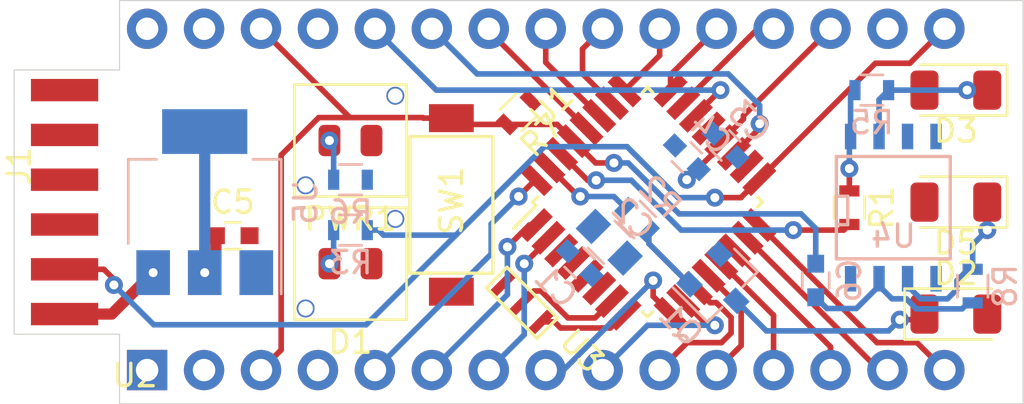
<source format=kicad_pcb>
(kicad_pcb (version 20171130) (host pcbnew "(5.1.2)-2")

  (general
    (thickness 1.6)
    (drawings 9)
    (tracks 202)
    (zones 0)
    (modules 26)
    (nets 39)
  )

  (page A4)
  (layers
    (0 F.Cu signal)
    (31 B.Cu signal)
    (32 B.Adhes user)
    (33 F.Adhes user)
    (34 B.Paste user)
    (35 F.Paste user)
    (36 B.SilkS user)
    (37 F.SilkS user)
    (38 B.Mask user)
    (39 F.Mask user)
    (40 Dwgs.User user hide)
    (41 Cmts.User user)
    (42 Eco1.User user)
    (43 Eco2.User user)
    (44 Edge.Cuts user)
    (45 Margin user)
    (46 B.CrtYd user)
    (47 F.CrtYd user)
    (48 B.Fab user hide)
    (49 F.Fab user hide)
  )

  (setup
    (last_trace_width 0.25)
    (trace_clearance 0.2)
    (zone_clearance 0.508)
    (zone_45_only no)
    (trace_min 0.2)
    (via_size 0.8)
    (via_drill 0.4)
    (via_min_size 0.4)
    (via_min_drill 0.3)
    (uvia_size 0.3)
    (uvia_drill 0.1)
    (uvias_allowed no)
    (uvia_min_size 0.2)
    (uvia_min_drill 0.1)
    (edge_width 0.05)
    (segment_width 0.2)
    (pcb_text_width 0.3)
    (pcb_text_size 1.5 1.5)
    (mod_edge_width 0.12)
    (mod_text_size 1 1)
    (mod_text_width 0.15)
    (pad_size 1.524 1.524)
    (pad_drill 0.762)
    (pad_to_mask_clearance 0.051)
    (solder_mask_min_width 0.25)
    (aux_axis_origin 0 0)
    (visible_elements 7FFFFFFF)
    (pcbplotparams
      (layerselection 0x010fc_ffffffff)
      (usegerberextensions false)
      (usegerberattributes false)
      (usegerberadvancedattributes false)
      (creategerberjobfile false)
      (excludeedgelayer true)
      (linewidth 0.100000)
      (plotframeref false)
      (viasonmask false)
      (mode 1)
      (useauxorigin false)
      (hpglpennumber 1)
      (hpglpenspeed 20)
      (hpglpendiameter 15.000000)
      (psnegative false)
      (psa4output false)
      (plotreference true)
      (plotvalue true)
      (plotinvisibletext false)
      (padsonsilk false)
      (subtractmaskfromsilk false)
      (outputformat 1)
      (mirror false)
      (drillshape 1)
      (scaleselection 1)
      (outputdirectory ""))
  )

  (net 0 "")
  (net 1 GND)
  (net 2 VCC)
  (net 3 "Net-(D1-Pad2)")
  (net 4 "Net-(D3-Pad1)")
  (net 5 /RESET)
  (net 6 /D11)
  (net 7 /D13)
  (net 8 +5V)
  (net 9 /D12)
  (net 10 "Net-(PWR1-Pad2)")
  (net 11 /RX)
  (net 12 /D0)
  (net 13 /TX)
  (net 14 /D1)
  (net 15 /D2)
  (net 16 /A5)
  (net 17 /A4)
  (net 18 /A3)
  (net 19 /A2)
  (net 20 /A1)
  (net 21 /A0)
  (net 22 /A7)
  (net 23 /A6)
  (net 24 /D10)
  (net 25 /D9)
  (net 26 /D8)
  (net 27 /D7)
  (net 28 /D6)
  (net 29 /D5)
  (net 30 "Net-(U1-Pad8)")
  (net 31 "Net-(U1-Pad7)")
  (net 32 /D4)
  (net 33 /D3)
  (net 34 /AREF)
  (net 35 "Net-(U2-Pad17)")
  (net 36 "Net-(C6-Pad1)")
  (net 37 "Net-(D5-Pad1)")
  (net 38 "Net-(D2-Pad1)")

  (net_class Default "This is the default net class."
    (clearance 0.2)
    (trace_width 0.25)
    (via_dia 0.8)
    (via_drill 0.4)
    (uvia_dia 0.3)
    (uvia_drill 0.1)
    (add_net /A0)
    (add_net /A1)
    (add_net /A2)
    (add_net /A3)
    (add_net /A4)
    (add_net /A5)
    (add_net /A6)
    (add_net /A7)
    (add_net /AREF)
    (add_net /D0)
    (add_net /D1)
    (add_net /D10)
    (add_net /D11)
    (add_net /D12)
    (add_net /D13)
    (add_net /D2)
    (add_net /D3)
    (add_net /D4)
    (add_net /D5)
    (add_net /D6)
    (add_net /D7)
    (add_net /D8)
    (add_net /D9)
    (add_net /RESET)
    (add_net /RX)
    (add_net /TX)
    (add_net GND)
    (add_net "Net-(C6-Pad1)")
    (add_net "Net-(D1-Pad2)")
    (add_net "Net-(D2-Pad1)")
    (add_net "Net-(D3-Pad1)")
    (add_net "Net-(D5-Pad1)")
    (add_net "Net-(PWR1-Pad2)")
    (add_net "Net-(U1-Pad7)")
    (add_net "Net-(U1-Pad8)")
    (add_net "Net-(U2-Pad17)")
  )

  (net_class power ""
    (clearance 0.2)
    (trace_width 0.5)
    (via_dia 0.8)
    (via_drill 0.4)
    (uvia_dia 0.3)
    (uvia_drill 0.1)
    (add_net +5V)
    (add_net VCC)
  )

  (module TO_SOT_Packages_SMD:SOT-23 (layer B.Cu) (tedit 58CE4E7E) (tstamp 5D52423B)
    (at 131.5 103.7 315)
    (descr "SOT-23, Standard")
    (tags SOT-23)
    (path /5D5419AF)
    (attr smd)
    (fp_text reference Q1 (at 0 2.5 135) (layer B.SilkS)
      (effects (font (size 1 1) (thickness 0.15)) (justify mirror))
    )
    (fp_text value BC850 (at 0 -2.5 135) (layer B.Fab)
      (effects (font (size 1 1) (thickness 0.15)) (justify mirror))
    )
    (fp_text user %R (at 0 0 225) (layer B.Fab)
      (effects (font (size 0.5 0.5) (thickness 0.075)) (justify mirror))
    )
    (fp_line (start -0.7 0.95) (end -0.7 -1.5) (layer B.Fab) (width 0.1))
    (fp_line (start -0.15 1.52) (end 0.7 1.52) (layer B.Fab) (width 0.1))
    (fp_line (start -0.7 0.95) (end -0.15 1.52) (layer B.Fab) (width 0.1))
    (fp_line (start 0.7 1.52) (end 0.7 -1.52) (layer B.Fab) (width 0.1))
    (fp_line (start -0.7 -1.52) (end 0.7 -1.52) (layer B.Fab) (width 0.1))
    (fp_line (start 0.76 -1.58) (end 0.76 -0.65) (layer B.SilkS) (width 0.12))
    (fp_line (start 0.76 1.58) (end 0.76 0.65) (layer B.SilkS) (width 0.12))
    (fp_line (start -1.7 1.75) (end 1.7 1.75) (layer B.CrtYd) (width 0.05))
    (fp_line (start 1.7 1.75) (end 1.7 -1.75) (layer B.CrtYd) (width 0.05))
    (fp_line (start 1.7 -1.75) (end -1.7 -1.75) (layer B.CrtYd) (width 0.05))
    (fp_line (start -1.7 -1.75) (end -1.7 1.75) (layer B.CrtYd) (width 0.05))
    (fp_line (start 0.76 1.58) (end -1.4 1.58) (layer B.SilkS) (width 0.12))
    (fp_line (start 0.76 -1.58) (end -0.7 -1.58) (layer B.SilkS) (width 0.12))
    (pad 1 smd rect (at -1 0.95 315) (size 0.9 0.8) (layers B.Cu B.Paste B.Mask)
      (net 13 /TX))
    (pad 2 smd rect (at -1 -0.95 315) (size 0.9 0.8) (layers B.Cu B.Paste B.Mask)
      (net 1 GND))
    (pad 3 smd rect (at 1 0 315) (size 0.9 0.8) (layers B.Cu B.Paste B.Mask)
      (net 38 "Net-(D2-Pad1)"))
    (model ${KISYS3DMOD}/TO_SOT_Packages_SMD.3dshapes/SOT-23.wrl
      (at (xyz 0 0 0))
      (scale (xyz 1 1 1))
      (rotate (xyz 0 0 0))
    )
  )

  (module hodgkin:card_edge_6p_single_side (layer F.Cu) (tedit 5D51F78E) (tstamp 5D50C9CB)
    (at 102.25 105 90)
    (path /5D58317C)
    (fp_text reference J1 (at 6.604 -2.032 90) (layer F.SilkS)
      (effects (font (size 1 1) (thickness 0.15)))
    )
    (fp_text value card_edge_6p (at 6.096 -3.556 90) (layer F.Fab)
      (effects (font (size 1 1) (thickness 0.15)))
    )
    (pad 6 smd rect (at 10 0 90) (size 1 3) (layers F.Cu F.Paste F.Mask)
      (net 1 GND))
    (pad 5 smd rect (at 8 0 90) (size 1 3) (layers F.Cu F.Paste F.Mask)
      (net 5 /RESET))
    (pad 4 smd rect (at 6 0 90) (size 1 3) (layers F.Cu F.Paste F.Mask)
      (net 6 /D11))
    (pad 3 smd rect (at 4 0 90) (size 1 3) (layers F.Cu F.Paste F.Mask)
      (net 9 /D12))
    (pad 2 smd rect (at 2 0 90) (size 1 3) (layers F.Cu F.Paste F.Mask)
      (net 7 /D13))
    (pad 1 smd rect (at 0 0 90) (size 1 3) (layers F.Cu F.Paste F.Mask)
      (net 2 VCC))
  )

  (module hodgkin:ArdNanoStrip locked (layer F.Cu) (tedit 5D51F713) (tstamp 5D5203CA)
    (at 123.68 99.36 180)
    (descr "Arduino Nano, http://www.mouser.com/pdfdocs/Gravitech_Arduino_Nano3_0.pdf")
    (tags "Arduino Nano")
    (path /5D5527DB)
    (fp_text reference U2 (at 18.288 -8.382 180) (layer F.SilkS)
      (effects (font (size 1 1) (thickness 0.15)))
    )
    (fp_text value ArdStripNano (at 18.288 -10.16 180) (layer F.Fab)
      (effects (font (size 1 1) (thickness 0.15)))
    )
    (pad 30 thru_hole circle (at 17.75 7.1 180) (size 1.8 1.8) (drill 1) (layers *.Cu *.Mask)
      (net 2 VCC))
    (pad 29 thru_hole circle (at 15.21 7.1 180) (size 1.8 1.8) (drill 1) (layers *.Cu *.Mask)
      (net 1 GND))
    (pad 28 thru_hole circle (at 12.67 7.1 180) (size 1.8 1.8) (drill 1) (layers *.Cu *.Mask)
      (net 5 /RESET))
    (pad 27 thru_hole circle (at 10.13 7.1 180) (size 1.8 1.8) (drill 1) (layers *.Cu *.Mask)
      (net 8 +5V))
    (pad 26 thru_hole circle (at 7.59 7.1 180) (size 1.8 1.8) (drill 1) (layers *.Cu *.Mask)
      (net 22 /A7))
    (pad 25 thru_hole circle (at 5.05 7.1 180) (size 1.8 1.8) (drill 1) (layers *.Cu *.Mask)
      (net 23 /A6))
    (pad 24 thru_hole circle (at 2.51 7.1 180) (size 1.8 1.8) (drill 1) (layers *.Cu *.Mask)
      (net 16 /A5))
    (pad 23 thru_hole circle (at -0.03 7.1 180) (size 1.8 1.8) (drill 1) (layers *.Cu *.Mask)
      (net 17 /A4))
    (pad 22 thru_hole circle (at -2.57 7.1 180) (size 1.8 1.8) (drill 1) (layers *.Cu *.Mask)
      (net 18 /A3))
    (pad 21 thru_hole circle (at -5.11 7.1 180) (size 1.8 1.8) (drill 1) (layers *.Cu *.Mask)
      (net 19 /A2))
    (pad 20 thru_hole circle (at -7.65 7.1 180) (size 1.8 1.8) (drill 1) (layers *.Cu *.Mask)
      (net 20 /A1))
    (pad 19 thru_hole circle (at -10.19 7.1 180) (size 1.8 1.8) (drill 1) (layers *.Cu *.Mask)
      (net 21 /A0))
    (pad 18 thru_hole circle (at -12.73 7.1 180) (size 1.8 1.8) (drill 1) (layers *.Cu *.Mask)
      (net 34 /AREF))
    (pad 17 thru_hole circle (at -15.27 7.1 180) (size 1.8 1.8) (drill 1) (layers *.Cu *.Mask)
      (net 35 "Net-(U2-Pad17)"))
    (pad 16 thru_hole circle (at -17.81 7.1 180) (size 1.8 1.8) (drill 1) (layers *.Cu *.Mask)
      (net 7 /D13))
    (pad 1 thru_hole rect (at 17.75 -8.14 180) (size 1.8 1.8) (drill 1) (layers *.Cu *.Mask)
      (net 14 /D1))
    (pad 2 thru_hole circle (at 15.21 -8.14 180) (size 1.8 1.8) (drill 1) (layers *.Cu *.Mask)
      (net 12 /D0))
    (pad 3 thru_hole circle (at 12.67 -8.14 180) (size 1.8 1.8) (drill 1) (layers *.Cu *.Mask)
      (net 5 /RESET))
    (pad 4 thru_hole circle (at 10.13 -8.14 180) (size 1.8 1.8) (drill 1) (layers *.Cu *.Mask)
      (net 1 GND))
    (pad 5 thru_hole circle (at 7.59 -8.14 180) (size 1.8 1.8) (drill 1) (layers *.Cu *.Mask)
      (net 15 /D2))
    (pad 6 thru_hole circle (at 5.05 -8.14 180) (size 1.8 1.8) (drill 1) (layers *.Cu *.Mask)
      (net 33 /D3))
    (pad 7 thru_hole circle (at 2.51 -8.14 180) (size 1.8 1.8) (drill 1) (layers *.Cu *.Mask)
      (net 32 /D4))
    (pad 8 thru_hole circle (at -0.03 -8.14 180) (size 1.8 1.8) (drill 1) (layers *.Cu *.Mask)
      (net 29 /D5))
    (pad 9 thru_hole circle (at -2.57 -8.14 180) (size 1.8 1.8) (drill 1) (layers *.Cu *.Mask)
      (net 28 /D6))
    (pad 10 thru_hole circle (at -5.11 -8.14 180) (size 1.8 1.8) (drill 1) (layers *.Cu *.Mask)
      (net 27 /D7))
    (pad 11 thru_hole circle (at -7.65 -8.14 180) (size 1.8 1.8) (drill 1) (layers *.Cu *.Mask)
      (net 26 /D8))
    (pad 12 thru_hole circle (at -10.19 -8.14 180) (size 1.8 1.8) (drill 1) (layers *.Cu *.Mask)
      (net 25 /D9))
    (pad 13 thru_hole circle (at -12.73 -8.14 180) (size 1.8 1.8) (drill 1) (layers *.Cu *.Mask)
      (net 24 /D10))
    (pad 14 thru_hole circle (at -15.27 -8.14 180) (size 1.8 1.8) (drill 1) (layers *.Cu *.Mask)
      (net 6 /D11))
    (pad 15 thru_hole circle (at -17.81 -8.14 180) (size 1.8 1.8) (drill 1) (layers *.Cu *.Mask)
      (net 9 /D12))
  )

  (module hodgkin:LED_0805_LightPipe locked (layer F.Cu) (tedit 5D51D8E0) (tstamp 5D520C8B)
    (at 115 97.25 180)
    (descr "LED SMD 1206 (3216 Metric), square (rectangular) end terminal, IPC_7351 nominal, (Body size source: http://www.tortai-tech.com/upload/download/2011102023233369053.pdf), generated with kicad-footprint-generator")
    (tags diode)
    (path /5D53776B)
    (attr smd)
    (fp_text reference PWR1 (at 0 -3.5) (layer F.SilkS)
      (effects (font (size 1 1) (thickness 0.15)))
    )
    (fp_text value GREEN (at 0.25 3.75) (layer F.Fab)
      (effects (font (size 1 1) (thickness 0.15)))
    )
    (fp_line (start -2.5 2.5) (end -2.5 -2.5) (layer F.SilkS) (width 0.12))
    (fp_line (start 2.5 2.5) (end -2.5 2.5) (layer F.SilkS) (width 0.12))
    (fp_line (start 2.5 -2.5) (end 2.5 2.5) (layer F.SilkS) (width 0.12))
    (fp_line (start -2.5 -2.5) (end 2.5 -2.5) (layer F.SilkS) (width 0.12))
    (fp_text user %R (at 0 0) (layer F.Fab)
      (effects (font (size 0.5 0.5) (thickness 0.08)))
    )
    (fp_line (start -0.7 -0.6) (end -1 -0.3) (layer F.Fab) (width 0.1))
    (fp_line (start -1 -0.3) (end -1 0.6) (layer F.Fab) (width 0.1))
    (fp_line (start 1 0.6) (end 1 -0.6) (layer F.Fab) (width 0.1))
    (pad 1 smd roundrect (at -0.9375 0 180) (size 0.975 1.4) (layers F.Cu F.Paste F.Mask) (roundrect_rratio 0.25)
      (net 1 GND))
    (pad 2 smd roundrect (at 0.9375 0 180) (size 0.975 1.4) (layers F.Cu F.Paste F.Mask) (roundrect_rratio 0.25)
      (net 10 "Net-(PWR1-Pad2)"))
    (pad "" thru_hole circle (at 2 -2 180) (size 0.8 0.8) (drill 0.65) (layers *.Cu *.Mask))
    (pad "" thru_hole circle (at -2 2 180) (size 0.8 0.8) (drill 0.65) (layers *.Cu *.Mask))
    (model ${KISYS3DMOD}/LED_SMD.3dshapes/LED_1206_3216Metric.wrl
      (at (xyz 0 0 0))
      (scale (xyz 1 1 1))
      (rotate (xyz 0 0 0))
    )
  )

  (module hodgkin:LED_0805_LightPipe locked (layer F.Cu) (tedit 5D51D8E0) (tstamp 5D5207AE)
    (at 115 102.75 180)
    (descr "LED SMD 1206 (3216 Metric), square (rectangular) end terminal, IPC_7351 nominal, (Body size source: http://www.tortai-tech.com/upload/download/2011102023233369053.pdf), generated with kicad-footprint-generator")
    (tags diode)
    (path /5D4FFEEA)
    (attr smd)
    (fp_text reference D1 (at 0 -3.5) (layer F.SilkS)
      (effects (font (size 1 1) (thickness 0.15)))
    )
    (fp_text value YELLOW (at 0.25 3.75) (layer F.Fab)
      (effects (font (size 1 1) (thickness 0.15)))
    )
    (fp_line (start -2.5 2.5) (end -2.5 -2.5) (layer F.SilkS) (width 0.12))
    (fp_line (start 2.5 2.5) (end -2.5 2.5) (layer F.SilkS) (width 0.12))
    (fp_line (start 2.5 -2.5) (end 2.5 2.5) (layer F.SilkS) (width 0.12))
    (fp_line (start -2.5 -2.5) (end 2.5 -2.5) (layer F.SilkS) (width 0.12))
    (fp_text user %R (at 0 0) (layer F.Fab)
      (effects (font (size 0.5 0.5) (thickness 0.08)))
    )
    (fp_line (start -0.7 -0.6) (end -1 -0.3) (layer F.Fab) (width 0.1))
    (fp_line (start -1 -0.3) (end -1 0.6) (layer F.Fab) (width 0.1))
    (fp_line (start 1 0.6) (end 1 -0.6) (layer F.Fab) (width 0.1))
    (pad 1 smd roundrect (at -0.9375 0 180) (size 0.975 1.4) (layers F.Cu F.Paste F.Mask) (roundrect_rratio 0.25)
      (net 1 GND))
    (pad 2 smd roundrect (at 0.9375 0 180) (size 0.975 1.4) (layers F.Cu F.Paste F.Mask) (roundrect_rratio 0.25)
      (net 3 "Net-(D1-Pad2)"))
    (pad "" thru_hole circle (at 2 -2 180) (size 0.8 0.8) (drill 0.65) (layers *.Cu *.Mask))
    (pad "" thru_hole circle (at -2 2 180) (size 0.8 0.8) (drill 0.65) (layers *.Cu *.Mask))
    (model ${KISYS3DMOD}/LED_SMD.3dshapes/LED_1206_3216Metric.wrl
      (at (xyz 0 0 0))
      (scale (xyz 1 1 1))
      (rotate (xyz 0 0 0))
    )
  )

  (module hodgkin:LM1117 (layer B.Cu) (tedit 5D51C6C2) (tstamp 5D55BFD9)
    (at 108.5 100 90)
    (descr "module CMS SOT223 4 pins")
    (tags "CMS SOT")
    (path /5D523F0C)
    (attr smd)
    (fp_text reference U5 (at 0 4.5 270) (layer B.SilkS)
      (effects (font (size 1 1) (thickness 0.15)) (justify mirror))
    )
    (fp_text value LM1117MPX-5.0 (at 0 -4.5 270) (layer B.Fab)
      (effects (font (size 1 1) (thickness 0.15)) (justify mirror))
    )
    (fp_text user %R (at 0 0) (layer B.Fab)
      (effects (font (size 0.8 0.8) (thickness 0.12)) (justify mirror))
    )
    (fp_line (start -1.85 2.3) (end -0.8 3.35) (layer B.Fab) (width 0.1))
    (fp_line (start 1.91 -3.41) (end 1.91 -2.15) (layer B.SilkS) (width 0.12))
    (fp_line (start 1.91 3.41) (end 1.91 2.15) (layer B.SilkS) (width 0.12))
    (fp_line (start 4.4 3.6) (end -4.4 3.6) (layer B.CrtYd) (width 0.05))
    (fp_line (start 4.4 -3.6) (end 4.4 3.6) (layer B.CrtYd) (width 0.05))
    (fp_line (start -4.4 -3.6) (end 4.4 -3.6) (layer B.CrtYd) (width 0.05))
    (fp_line (start -4.4 3.6) (end -4.4 -3.6) (layer B.CrtYd) (width 0.05))
    (fp_line (start -1.85 2.3) (end -1.85 -3.35) (layer B.Fab) (width 0.1))
    (fp_line (start -1.85 -3.41) (end 1.91 -3.41) (layer B.SilkS) (width 0.12))
    (fp_line (start -0.8 3.35) (end 1.85 3.35) (layer B.Fab) (width 0.1))
    (fp_line (start -4.1 3.41) (end 1.91 3.41) (layer B.SilkS) (width 0.12))
    (fp_line (start -1.85 -3.35) (end 1.85 -3.35) (layer B.Fab) (width 0.1))
    (fp_line (start 1.85 3.35) (end 1.85 -3.35) (layer B.Fab) (width 0.1))
    (pad 2 smd rect (at 3.15 0 90) (size 2 3.8) (layers B.Cu B.Paste B.Mask)
      (net 8 +5V))
    (pad 2 smd rect (at -3.15 0 90) (size 2 1.5) (layers B.Cu B.Paste B.Mask)
      (net 8 +5V))
    (pad 3 smd rect (at -3.15 -2.3 90) (size 2 1.5) (layers B.Cu B.Paste B.Mask)
      (net 2 VCC))
    (pad 1 smd rect (at -3.15 2.3 90) (size 2 1.5) (layers B.Cu B.Paste B.Mask)
      (net 1 GND))
    (model ${KISYS3DMOD}/TO_SOT_Packages_SMD.3dshapes/SOT-223.wrl
      (at (xyz 0 0 0))
      (scale (xyz 1 1 1))
      (rotate (xyz 0 0 0))
    )
  )

  (module SMD_Packages:SOIC-8-N (layer B.Cu) (tedit 0) (tstamp 5D521075)
    (at 139.21 100.246)
    (descr "Module Narrow CMS SOJ 8 pins large")
    (tags "CMS SOJ")
    (path /5D5517D1)
    (attr smd)
    (fp_text reference U4 (at 0 1.27) (layer B.SilkS)
      (effects (font (size 1 1) (thickness 0.15)) (justify mirror))
    )
    (fp_text value AD8620 (at 0 -1.27) (layer B.Fab)
      (effects (font (size 1 1) (thickness 0.15)) (justify mirror))
    )
    (fp_line (start -2.54 2.286) (end 2.54 2.286) (layer B.SilkS) (width 0.15))
    (fp_line (start 2.54 2.286) (end 2.54 -2.286) (layer B.SilkS) (width 0.15))
    (fp_line (start 2.54 -2.286) (end -2.54 -2.286) (layer B.SilkS) (width 0.15))
    (fp_line (start -2.54 -2.286) (end -2.54 2.286) (layer B.SilkS) (width 0.15))
    (fp_line (start -2.54 0.762) (end -2.032 0.762) (layer B.SilkS) (width 0.15))
    (fp_line (start -2.032 0.762) (end -2.032 -0.508) (layer B.SilkS) (width 0.15))
    (fp_line (start -2.032 -0.508) (end -2.54 -0.508) (layer B.SilkS) (width 0.15))
    (pad 8 smd rect (at -1.905 3.175) (size 0.508 1.143) (layers B.Cu B.Paste B.Mask)
      (net 8 +5V))
    (pad 7 smd rect (at -0.635 3.175) (size 0.508 1.143) (layers B.Cu B.Paste B.Mask)
      (net 36 "Net-(C6-Pad1)"))
    (pad 6 smd rect (at 0.635 3.175) (size 0.508 1.143) (layers B.Cu B.Paste B.Mask)
      (net 37 "Net-(D5-Pad1)"))
    (pad 5 smd rect (at 1.905 3.175) (size 0.508 1.143) (layers B.Cu B.Paste B.Mask)
      (net 1 GND))
    (pad 4 smd rect (at 1.905 -3.175) (size 0.508 1.143) (layers B.Cu B.Paste B.Mask)
      (net 1 GND))
    (pad 3 smd rect (at 0.635 -3.175) (size 0.508 1.143) (layers B.Cu B.Paste B.Mask)
      (net 1 GND))
    (pad 2 smd rect (at -0.635 -3.175) (size 0.508 1.143) (layers B.Cu B.Paste B.Mask)
      (net 4 "Net-(D3-Pad1)"))
    (pad 1 smd rect (at -1.905 -3.175) (size 0.508 1.143) (layers B.Cu B.Paste B.Mask)
      (net 11 /RX))
    (model SMD_Packages.3dshapes/SOIC-8-N.wrl
      (at (xyz 0 0 0))
      (scale (xyz 0.5 0.38 0.5))
      (rotate (xyz 0 0 0))
    )
  )

  (module hodgkin:CSTNE16M0V530000R0 (layer F.Cu) (tedit 5D50617A) (tstamp 5D51D1DE)
    (at 124.242462 105.171751 135)
    (path /5D52210A)
    (fp_text reference U3 (at -1.802999 -0.285 135) (layer F.SilkS)
      (effects (font (size 1 1) (thickness 0.15)))
    )
    (fp_text value CSTNE16M0V530000R0 (at -17.78 -5.08 135) (layer F.Fab)
      (effects (font (size 1 1) (thickness 0.15)))
    )
    (fp_line (start 0 -1.3) (end 0 0) (layer F.SilkS) (width 0.15))
    (fp_line (start 3.2 -1.3) (end 0 -1.3) (layer F.SilkS) (width 0.15))
    (fp_line (start 3.2 0) (end 3.2 -1.3) (layer F.SilkS) (width 0.15))
    (fp_line (start 0 0) (end 3.2 0) (layer F.SilkS) (width 0.15))
    (pad 3 smd rect (at 2.8 -0.65 135) (size 0.4 1.3) (layers F.Cu F.Paste F.Mask)
      (net 1 GND))
    (pad 2 smd rect (at 1.6 -0.65 135) (size 0.4 1.3) (layers F.Cu F.Paste F.Mask)
      (net 31 "Net-(U1-Pad7)"))
    (pad 1 smd rect (at 0.4 -0.65 135) (size 0.4 1.3) (layers F.Cu F.Paste F.Mask)
      (net 30 "Net-(U1-Pad8)"))
  )

  (module hodgkin:PTS636-G-2.5-NoGND locked (layer F.Cu) (tedit 5D55ADFB) (tstamp 5D5208C1)
    (at 119.5 104 90)
    (path /5D606D3B)
    (fp_text reference SW1 (at 4.064 0 90) (layer F.SilkS)
      (effects (font (size 1 1) (thickness 0.15)))
    )
    (fp_text value SW_Push (at -6.731 -4.318 90) (layer F.Fab)
      (effects (font (size 1 1) (thickness 0.15)))
    )
    (fp_line (start 0.825 1.85) (end 0.825 -1.85) (layer F.SilkS) (width 0.15))
    (fp_line (start 6.925 1.85) (end 0.825 1.85) (layer F.SilkS) (width 0.15))
    (fp_line (start 6.925 -1.85) (end 6.925 1.85) (layer F.SilkS) (width 0.15))
    (fp_line (start 0.825 -1.85) (end 6.925 -1.85) (layer F.SilkS) (width 0.15))
    (pad 2 smd rect (at 7.75 0 90) (size 1.25 2) (layers F.Cu F.Paste F.Mask)
      (net 5 /RESET))
    (pad 1 smd rect (at 0 0 90) (size 1.25 2) (layers F.Cu F.Paste F.Mask)
      (net 1 GND))
  )

  (module Resistors_SMD:R_0603 (layer B.Cu) (tedit 58E0A804) (tstamp 5D5628F7)
    (at 142.75 103.75 90)
    (descr "Resistor SMD 0603, reflow soldering, Vishay (see dcrcw.pdf)")
    (tags "resistor 0603")
    (path /5D6462C8)
    (attr smd)
    (fp_text reference R8 (at 0 1.45 90) (layer B.SilkS)
      (effects (font (size 1 1) (thickness 0.15)) (justify mirror))
    )
    (fp_text value 1M (at 0 -1.5 90) (layer B.Fab)
      (effects (font (size 1 1) (thickness 0.15)) (justify mirror))
    )
    (fp_text user %R (at 0 0 90) (layer B.Fab)
      (effects (font (size 0.4 0.4) (thickness 0.075)) (justify mirror))
    )
    (fp_line (start -0.8 -0.4) (end -0.8 0.4) (layer B.Fab) (width 0.1))
    (fp_line (start 0.8 -0.4) (end -0.8 -0.4) (layer B.Fab) (width 0.1))
    (fp_line (start 0.8 0.4) (end 0.8 -0.4) (layer B.Fab) (width 0.1))
    (fp_line (start -0.8 0.4) (end 0.8 0.4) (layer B.Fab) (width 0.1))
    (fp_line (start 0.5 -0.68) (end -0.5 -0.68) (layer B.SilkS) (width 0.12))
    (fp_line (start -0.5 0.68) (end 0.5 0.68) (layer B.SilkS) (width 0.12))
    (fp_line (start -1.25 0.7) (end 1.25 0.7) (layer B.CrtYd) (width 0.05))
    (fp_line (start -1.25 0.7) (end -1.25 -0.7) (layer B.CrtYd) (width 0.05))
    (fp_line (start 1.25 -0.7) (end 1.25 0.7) (layer B.CrtYd) (width 0.05))
    (fp_line (start 1.25 -0.7) (end -1.25 -0.7) (layer B.CrtYd) (width 0.05))
    (pad 1 smd rect (at -0.75 0 90) (size 0.5 0.9) (layers B.Cu B.Paste B.Mask)
      (net 36 "Net-(C6-Pad1)"))
    (pad 2 smd rect (at 0.75 0 90) (size 0.5 0.9) (layers B.Cu B.Paste B.Mask)
      (net 37 "Net-(D5-Pad1)"))
    (model ${KISYS3DMOD}/Resistors_SMD.3dshapes/R_0603.wrl
      (at (xyz 0 0 0))
      (scale (xyz 1 1 1))
      (rotate (xyz 0 0 0))
    )
  )

  (module Resistors_SMD:R_0603 (layer F.Cu) (tedit 58E0A804) (tstamp 5D52083C)
    (at 122.5 96 225)
    (descr "Resistor SMD 0603, reflow soldering, Vishay (see dcrcw.pdf)")
    (tags "resistor 0603")
    (path /5D6086A2)
    (attr smd)
    (fp_text reference R7 (at 0 -1.45 45) (layer F.SilkS)
      (effects (font (size 1 1) (thickness 0.15)))
    )
    (fp_text value 1k (at 0 1.5 45) (layer F.Fab)
      (effects (font (size 1 1) (thickness 0.15)))
    )
    (fp_text user %R (at 0 0 45) (layer F.Fab)
      (effects (font (size 0.4 0.4) (thickness 0.075)))
    )
    (fp_line (start -0.8 0.4) (end -0.8 -0.4) (layer F.Fab) (width 0.1))
    (fp_line (start 0.8 0.4) (end -0.8 0.4) (layer F.Fab) (width 0.1))
    (fp_line (start 0.8 -0.4) (end 0.8 0.4) (layer F.Fab) (width 0.1))
    (fp_line (start -0.8 -0.4) (end 0.8 -0.4) (layer F.Fab) (width 0.1))
    (fp_line (start 0.5 0.68) (end -0.5 0.68) (layer F.SilkS) (width 0.12))
    (fp_line (start -0.5 -0.68) (end 0.5 -0.68) (layer F.SilkS) (width 0.12))
    (fp_line (start -1.25 -0.7) (end 1.25 -0.7) (layer F.CrtYd) (width 0.05))
    (fp_line (start -1.25 -0.7) (end -1.25 0.7) (layer F.CrtYd) (width 0.05))
    (fp_line (start 1.25 0.7) (end 1.25 -0.7) (layer F.CrtYd) (width 0.05))
    (fp_line (start 1.25 0.7) (end -1.25 0.7) (layer F.CrtYd) (width 0.05))
    (pad 1 smd rect (at -0.75 0 225) (size 0.5 0.9) (layers F.Cu F.Paste F.Mask)
      (net 8 +5V))
    (pad 2 smd rect (at 0.75 0 225) (size 0.5 0.9) (layers F.Cu F.Paste F.Mask)
      (net 5 /RESET))
    (model ${KISYS3DMOD}/Resistors_SMD.3dshapes/R_0603.wrl
      (at (xyz 0 0 0))
      (scale (xyz 1 1 1))
      (rotate (xyz 0 0 0))
    )
  )

  (module Resistors_SMD:R_0603 (layer B.Cu) (tedit 58E0A804) (tstamp 5D56099D)
    (at 115 99)
    (descr "Resistor SMD 0603, reflow soldering, Vishay (see dcrcw.pdf)")
    (tags "resistor 0603")
    (path /5D536FCE)
    (attr smd)
    (fp_text reference R6 (at 0 1.45) (layer B.SilkS)
      (effects (font (size 1 1) (thickness 0.15)) (justify mirror))
    )
    (fp_text value 1k (at 0 -1.5) (layer B.Fab)
      (effects (font (size 1 1) (thickness 0.15)) (justify mirror))
    )
    (fp_text user %R (at 0 0) (layer B.Fab)
      (effects (font (size 0.4 0.4) (thickness 0.075)) (justify mirror))
    )
    (fp_line (start -0.8 -0.4) (end -0.8 0.4) (layer B.Fab) (width 0.1))
    (fp_line (start 0.8 -0.4) (end -0.8 -0.4) (layer B.Fab) (width 0.1))
    (fp_line (start 0.8 0.4) (end 0.8 -0.4) (layer B.Fab) (width 0.1))
    (fp_line (start -0.8 0.4) (end 0.8 0.4) (layer B.Fab) (width 0.1))
    (fp_line (start 0.5 -0.68) (end -0.5 -0.68) (layer B.SilkS) (width 0.12))
    (fp_line (start -0.5 0.68) (end 0.5 0.68) (layer B.SilkS) (width 0.12))
    (fp_line (start -1.25 0.7) (end 1.25 0.7) (layer B.CrtYd) (width 0.05))
    (fp_line (start -1.25 0.7) (end -1.25 -0.7) (layer B.CrtYd) (width 0.05))
    (fp_line (start 1.25 -0.7) (end 1.25 0.7) (layer B.CrtYd) (width 0.05))
    (fp_line (start 1.25 -0.7) (end -1.25 -0.7) (layer B.CrtYd) (width 0.05))
    (pad 1 smd rect (at -0.75 0) (size 0.5 0.9) (layers B.Cu B.Paste B.Mask)
      (net 10 "Net-(PWR1-Pad2)"))
    (pad 2 smd rect (at 0.75 0) (size 0.5 0.9) (layers B.Cu B.Paste B.Mask)
      (net 8 +5V))
    (model ${KISYS3DMOD}/Resistors_SMD.3dshapes/R_0603.wrl
      (at (xyz 0 0 0))
      (scale (xyz 1 1 1))
      (rotate (xyz 0 0 0))
    )
  )

  (module Resistors_SMD:R_0603 (layer B.Cu) (tedit 58E0A804) (tstamp 5D52089C)
    (at 138.25 95)
    (descr "Resistor SMD 0603, reflow soldering, Vishay (see dcrcw.pdf)")
    (tags "resistor 0603")
    (path /5D5DD977)
    (attr smd)
    (fp_text reference R5 (at 0 1.45) (layer B.SilkS)
      (effects (font (size 1 1) (thickness 0.15)) (justify mirror))
    )
    (fp_text value 1M (at 0 -1.5) (layer B.Fab)
      (effects (font (size 1 1) (thickness 0.15)) (justify mirror))
    )
    (fp_text user %R (at 0 0) (layer B.Fab)
      (effects (font (size 0.4 0.4) (thickness 0.075)) (justify mirror))
    )
    (fp_line (start -0.8 -0.4) (end -0.8 0.4) (layer B.Fab) (width 0.1))
    (fp_line (start 0.8 -0.4) (end -0.8 -0.4) (layer B.Fab) (width 0.1))
    (fp_line (start 0.8 0.4) (end 0.8 -0.4) (layer B.Fab) (width 0.1))
    (fp_line (start -0.8 0.4) (end 0.8 0.4) (layer B.Fab) (width 0.1))
    (fp_line (start 0.5 -0.68) (end -0.5 -0.68) (layer B.SilkS) (width 0.12))
    (fp_line (start -0.5 0.68) (end 0.5 0.68) (layer B.SilkS) (width 0.12))
    (fp_line (start -1.25 0.7) (end 1.25 0.7) (layer B.CrtYd) (width 0.05))
    (fp_line (start -1.25 0.7) (end -1.25 -0.7) (layer B.CrtYd) (width 0.05))
    (fp_line (start 1.25 -0.7) (end 1.25 0.7) (layer B.CrtYd) (width 0.05))
    (fp_line (start 1.25 -0.7) (end -1.25 -0.7) (layer B.CrtYd) (width 0.05))
    (pad 1 smd rect (at -0.75 0) (size 0.5 0.9) (layers B.Cu B.Paste B.Mask)
      (net 11 /RX))
    (pad 2 smd rect (at 0.75 0) (size 0.5 0.9) (layers B.Cu B.Paste B.Mask)
      (net 4 "Net-(D3-Pad1)"))
    (model ${KISYS3DMOD}/Resistors_SMD.3dshapes/R_0603.wrl
      (at (xyz 0 0 0))
      (scale (xyz 1 1 1))
      (rotate (xyz 0 0 0))
    )
  )

  (module Resistors_SMD:R_0603 (layer B.Cu) (tedit 58E0A804) (tstamp 5D50CA13)
    (at 115 101.25)
    (descr "Resistor SMD 0603, reflow soldering, Vishay (see dcrcw.pdf)")
    (tags "resistor 0603")
    (path /5D4FD2D3)
    (attr smd)
    (fp_text reference R3 (at 0 1.45) (layer B.SilkS)
      (effects (font (size 1 1) (thickness 0.15)) (justify mirror))
    )
    (fp_text value 1k (at 0 -1.5) (layer B.Fab)
      (effects (font (size 1 1) (thickness 0.15)) (justify mirror))
    )
    (fp_text user %R (at 0 0) (layer B.Fab)
      (effects (font (size 0.4 0.4) (thickness 0.075)) (justify mirror))
    )
    (fp_line (start -0.8 -0.4) (end -0.8 0.4) (layer B.Fab) (width 0.1))
    (fp_line (start 0.8 -0.4) (end -0.8 -0.4) (layer B.Fab) (width 0.1))
    (fp_line (start 0.8 0.4) (end 0.8 -0.4) (layer B.Fab) (width 0.1))
    (fp_line (start -0.8 0.4) (end 0.8 0.4) (layer B.Fab) (width 0.1))
    (fp_line (start 0.5 -0.68) (end -0.5 -0.68) (layer B.SilkS) (width 0.12))
    (fp_line (start -0.5 0.68) (end 0.5 0.68) (layer B.SilkS) (width 0.12))
    (fp_line (start -1.25 0.7) (end 1.25 0.7) (layer B.CrtYd) (width 0.05))
    (fp_line (start -1.25 0.7) (end -1.25 -0.7) (layer B.CrtYd) (width 0.05))
    (fp_line (start 1.25 -0.7) (end 1.25 0.7) (layer B.CrtYd) (width 0.05))
    (fp_line (start 1.25 -0.7) (end -1.25 -0.7) (layer B.CrtYd) (width 0.05))
    (pad 1 smd rect (at -0.75 0) (size 0.5 0.9) (layers B.Cu B.Paste B.Mask)
      (net 3 "Net-(D1-Pad2)"))
    (pad 2 smd rect (at 0.75 0) (size 0.5 0.9) (layers B.Cu B.Paste B.Mask)
      (net 7 /D13))
    (model ${KISYS3DMOD}/Resistors_SMD.3dshapes/R_0603.wrl
      (at (xyz 0 0 0))
      (scale (xyz 1 1 1))
      (rotate (xyz 0 0 0))
    )
  )

  (module Resistors_SMD:R_0603 (layer B.Cu) (tedit 58E0A804) (tstamp 5D562805)
    (at 127.78033 100.78033 135)
    (descr "Resistor SMD 0603, reflow soldering, Vishay (see dcrcw.pdf)")
    (tags "resistor 0603")
    (path /5D4FE587)
    (attr smd)
    (fp_text reference R2 (at 0 1.45 315) (layer B.SilkS)
      (effects (font (size 1 1) (thickness 0.15)) (justify mirror))
    )
    (fp_text value 1k (at 0 -1.5 315) (layer B.Fab)
      (effects (font (size 1 1) (thickness 0.15)) (justify mirror))
    )
    (fp_text user %R (at 0 0 315) (layer B.Fab)
      (effects (font (size 0.4 0.4) (thickness 0.075)) (justify mirror))
    )
    (fp_line (start -0.8 -0.4) (end -0.8 0.4) (layer B.Fab) (width 0.1))
    (fp_line (start 0.8 -0.4) (end -0.8 -0.4) (layer B.Fab) (width 0.1))
    (fp_line (start 0.8 0.4) (end 0.8 -0.4) (layer B.Fab) (width 0.1))
    (fp_line (start -0.8 0.4) (end 0.8 0.4) (layer B.Fab) (width 0.1))
    (fp_line (start 0.5 -0.68) (end -0.5 -0.68) (layer B.SilkS) (width 0.12))
    (fp_line (start -0.5 0.68) (end 0.5 0.68) (layer B.SilkS) (width 0.12))
    (fp_line (start -1.25 0.7) (end 1.25 0.7) (layer B.CrtYd) (width 0.05))
    (fp_line (start -1.25 0.7) (end -1.25 -0.7) (layer B.CrtYd) (width 0.05))
    (fp_line (start 1.25 -0.7) (end 1.25 0.7) (layer B.CrtYd) (width 0.05))
    (fp_line (start 1.25 -0.7) (end -1.25 -0.7) (layer B.CrtYd) (width 0.05))
    (pad 1 smd rect (at -0.75 0 135) (size 0.5 0.9) (layers B.Cu B.Paste B.Mask)
      (net 13 /TX))
    (pad 2 smd rect (at 0.75 0 135) (size 0.5 0.9) (layers B.Cu B.Paste B.Mask)
      (net 14 /D1))
    (model ${KISYS3DMOD}/Resistors_SMD.3dshapes/R_0603.wrl
      (at (xyz 0 0 0))
      (scale (xyz 1 1 1))
      (rotate (xyz 0 0 0))
    )
  )

  (module Resistors_SMD:R_0603 (layer F.Cu) (tedit 58E0A804) (tstamp 5D562464)
    (at 137.25 100.25 270)
    (descr "Resistor SMD 0603, reflow soldering, Vishay (see dcrcw.pdf)")
    (tags "resistor 0603")
    (path /5D4FDE45)
    (attr smd)
    (fp_text reference R1 (at 0 -1.45 90) (layer F.SilkS)
      (effects (font (size 1 1) (thickness 0.15)))
    )
    (fp_text value 1k (at 0 1.5 90) (layer F.Fab)
      (effects (font (size 1 1) (thickness 0.15)))
    )
    (fp_text user %R (at 0 0 90) (layer F.Fab)
      (effects (font (size 0.4 0.4) (thickness 0.075)))
    )
    (fp_line (start -0.8 0.4) (end -0.8 -0.4) (layer F.Fab) (width 0.1))
    (fp_line (start 0.8 0.4) (end -0.8 0.4) (layer F.Fab) (width 0.1))
    (fp_line (start 0.8 -0.4) (end 0.8 0.4) (layer F.Fab) (width 0.1))
    (fp_line (start -0.8 -0.4) (end 0.8 -0.4) (layer F.Fab) (width 0.1))
    (fp_line (start 0.5 0.68) (end -0.5 0.68) (layer F.SilkS) (width 0.12))
    (fp_line (start -0.5 -0.68) (end 0.5 -0.68) (layer F.SilkS) (width 0.12))
    (fp_line (start -1.25 -0.7) (end 1.25 -0.7) (layer F.CrtYd) (width 0.05))
    (fp_line (start -1.25 -0.7) (end -1.25 0.7) (layer F.CrtYd) (width 0.05))
    (fp_line (start 1.25 0.7) (end 1.25 -0.7) (layer F.CrtYd) (width 0.05))
    (fp_line (start 1.25 0.7) (end -1.25 0.7) (layer F.CrtYd) (width 0.05))
    (pad 1 smd rect (at -0.75 0 270) (size 0.5 0.9) (layers F.Cu F.Paste F.Mask)
      (net 11 /RX))
    (pad 2 smd rect (at 0.75 0 270) (size 0.5 0.9) (layers F.Cu F.Paste F.Mask)
      (net 12 /D0))
    (model ${KISYS3DMOD}/Resistors_SMD.3dshapes/R_0603.wrl
      (at (xyz 0 0 0))
      (scale (xyz 1 1 1))
      (rotate (xyz 0 0 0))
    )
  )

  (module Capacitors_SMD:C_0603 (layer B.Cu) (tedit 59958EE7) (tstamp 5D521224)
    (at 135.75 103.5 90)
    (descr "Capacitor SMD 0603, reflow soldering, AVX (see smccp.pdf)")
    (tags "capacitor 0603")
    (path /5D69528B)
    (attr smd)
    (fp_text reference C6 (at 0 1.5 90) (layer B.SilkS)
      (effects (font (size 1 1) (thickness 0.15)) (justify mirror))
    )
    (fp_text value 100nF (at 0 -1.5 90) (layer B.Fab)
      (effects (font (size 1 1) (thickness 0.15)) (justify mirror))
    )
    (fp_line (start 1.4 -0.65) (end -1.4 -0.65) (layer B.CrtYd) (width 0.05))
    (fp_line (start 1.4 -0.65) (end 1.4 0.65) (layer B.CrtYd) (width 0.05))
    (fp_line (start -1.4 0.65) (end -1.4 -0.65) (layer B.CrtYd) (width 0.05))
    (fp_line (start -1.4 0.65) (end 1.4 0.65) (layer B.CrtYd) (width 0.05))
    (fp_line (start 0.35 -0.6) (end -0.35 -0.6) (layer B.SilkS) (width 0.12))
    (fp_line (start -0.35 0.6) (end 0.35 0.6) (layer B.SilkS) (width 0.12))
    (fp_line (start -0.8 0.4) (end 0.8 0.4) (layer B.Fab) (width 0.1))
    (fp_line (start 0.8 0.4) (end 0.8 -0.4) (layer B.Fab) (width 0.1))
    (fp_line (start 0.8 -0.4) (end -0.8 -0.4) (layer B.Fab) (width 0.1))
    (fp_line (start -0.8 -0.4) (end -0.8 0.4) (layer B.Fab) (width 0.1))
    (fp_text user %R (at 0 0 90) (layer B.Fab)
      (effects (font (size 0.3 0.3) (thickness 0.075)) (justify mirror))
    )
    (pad 2 smd rect (at 0.75 0 90) (size 0.8 0.75) (layers B.Cu B.Paste B.Mask)
      (net 5 /RESET))
    (pad 1 smd rect (at -0.75 0 90) (size 0.8 0.75) (layers B.Cu B.Paste B.Mask)
      (net 36 "Net-(C6-Pad1)"))
    (model Capacitors_SMD.3dshapes/C_0603.wrl
      (at (xyz 0 0 0))
      (scale (xyz 1 1 1))
      (rotate (xyz 0 0 0))
    )
  )

  (module Capacitors_SMD:C_0603 (layer F.Cu) (tedit 59958EE7) (tstamp 5D520950)
    (at 109.75 101.5)
    (descr "Capacitor SMD 0603, reflow soldering, AVX (see smccp.pdf)")
    (tags "capacitor 0603")
    (path /5D5366D2)
    (attr smd)
    (fp_text reference C5 (at 0 -1.5) (layer F.SilkS)
      (effects (font (size 1 1) (thickness 0.15)))
    )
    (fp_text value 1uF (at 0 1.5) (layer F.Fab)
      (effects (font (size 1 1) (thickness 0.15)))
    )
    (fp_line (start 1.4 0.65) (end -1.4 0.65) (layer F.CrtYd) (width 0.05))
    (fp_line (start 1.4 0.65) (end 1.4 -0.65) (layer F.CrtYd) (width 0.05))
    (fp_line (start -1.4 -0.65) (end -1.4 0.65) (layer F.CrtYd) (width 0.05))
    (fp_line (start -1.4 -0.65) (end 1.4 -0.65) (layer F.CrtYd) (width 0.05))
    (fp_line (start 0.35 0.6) (end -0.35 0.6) (layer F.SilkS) (width 0.12))
    (fp_line (start -0.35 -0.6) (end 0.35 -0.6) (layer F.SilkS) (width 0.12))
    (fp_line (start -0.8 -0.4) (end 0.8 -0.4) (layer F.Fab) (width 0.1))
    (fp_line (start 0.8 -0.4) (end 0.8 0.4) (layer F.Fab) (width 0.1))
    (fp_line (start 0.8 0.4) (end -0.8 0.4) (layer F.Fab) (width 0.1))
    (fp_line (start -0.8 0.4) (end -0.8 -0.4) (layer F.Fab) (width 0.1))
    (fp_text user %R (at 0 0) (layer F.Fab)
      (effects (font (size 0.3 0.3) (thickness 0.075)))
    )
    (pad 2 smd rect (at 0.75 0) (size 0.8 0.75) (layers F.Cu F.Paste F.Mask)
      (net 1 GND))
    (pad 1 smd rect (at -0.75 0) (size 0.8 0.75) (layers F.Cu F.Paste F.Mask)
      (net 8 +5V))
    (model Capacitors_SMD.3dshapes/C_0603.wrl
      (at (xyz 0 0 0))
      (scale (xyz 1 1 1))
      (rotate (xyz 0 0 0))
    )
  )

  (module Capacitors_SMD:C_0603 (layer B.Cu) (tedit 59958EE7) (tstamp 5D520980)
    (at 130 98 135)
    (descr "Capacitor SMD 0603, reflow soldering, AVX (see smccp.pdf)")
    (tags "capacitor 0603")
    (path /5D50BDE2)
    (attr smd)
    (fp_text reference C4 (at 0 1.5 315) (layer B.SilkS)
      (effects (font (size 1 1) (thickness 0.15)) (justify mirror))
    )
    (fp_text value 100nF (at 0 -1.5 315) (layer B.Fab)
      (effects (font (size 1 1) (thickness 0.15)) (justify mirror))
    )
    (fp_line (start 1.4 -0.65) (end -1.4 -0.65) (layer B.CrtYd) (width 0.05))
    (fp_line (start 1.4 -0.65) (end 1.4 0.65) (layer B.CrtYd) (width 0.05))
    (fp_line (start -1.4 0.65) (end -1.4 -0.65) (layer B.CrtYd) (width 0.05))
    (fp_line (start -1.4 0.65) (end 1.4 0.65) (layer B.CrtYd) (width 0.05))
    (fp_line (start 0.35 -0.6) (end -0.35 -0.6) (layer B.SilkS) (width 0.12))
    (fp_line (start -0.35 0.6) (end 0.35 0.6) (layer B.SilkS) (width 0.12))
    (fp_line (start -0.8 0.4) (end 0.8 0.4) (layer B.Fab) (width 0.1))
    (fp_line (start 0.8 0.4) (end 0.8 -0.4) (layer B.Fab) (width 0.1))
    (fp_line (start 0.8 -0.4) (end -0.8 -0.4) (layer B.Fab) (width 0.1))
    (fp_line (start -0.8 -0.4) (end -0.8 0.4) (layer B.Fab) (width 0.1))
    (fp_text user %R (at 0 0 315) (layer B.Fab)
      (effects (font (size 0.3 0.3) (thickness 0.075)) (justify mirror))
    )
    (pad 2 smd rect (at 0.75 0 135) (size 0.8 0.75) (layers B.Cu B.Paste B.Mask)
      (net 1 GND))
    (pad 1 smd rect (at -0.75 0 135) (size 0.8 0.75) (layers B.Cu B.Paste B.Mask)
      (net 34 /AREF))
    (model Capacitors_SMD.3dshapes/C_0603.wrl
      (at (xyz 0 0 0))
      (scale (xyz 1 1 1))
      (rotate (xyz 0 0 0))
    )
  )

  (module Capacitors_SMD:C_0603 (layer B.Cu) (tedit 59958EE7) (tstamp 5D51E594)
    (at 131.71967 97.46967 135)
    (descr "Capacitor SMD 0603, reflow soldering, AVX (see smccp.pdf)")
    (tags "capacitor 0603")
    (path /5D50F8E5)
    (attr smd)
    (fp_text reference C3 (at 0 1.5 135) (layer B.SilkS)
      (effects (font (size 1 1) (thickness 0.15)) (justify mirror))
    )
    (fp_text value 1uF (at 0 -1.5 135) (layer B.Fab)
      (effects (font (size 1 1) (thickness 0.15)) (justify mirror))
    )
    (fp_line (start 1.4 -0.65) (end -1.4 -0.65) (layer B.CrtYd) (width 0.05))
    (fp_line (start 1.4 -0.65) (end 1.4 0.65) (layer B.CrtYd) (width 0.05))
    (fp_line (start -1.4 0.65) (end -1.4 -0.65) (layer B.CrtYd) (width 0.05))
    (fp_line (start -1.4 0.65) (end 1.4 0.65) (layer B.CrtYd) (width 0.05))
    (fp_line (start 0.35 -0.6) (end -0.35 -0.6) (layer B.SilkS) (width 0.12))
    (fp_line (start -0.35 0.6) (end 0.35 0.6) (layer B.SilkS) (width 0.12))
    (fp_line (start -0.8 0.4) (end 0.8 0.4) (layer B.Fab) (width 0.1))
    (fp_line (start 0.8 0.4) (end 0.8 -0.4) (layer B.Fab) (width 0.1))
    (fp_line (start 0.8 -0.4) (end -0.8 -0.4) (layer B.Fab) (width 0.1))
    (fp_line (start -0.8 -0.4) (end -0.8 0.4) (layer B.Fab) (width 0.1))
    (fp_text user %R (at 0 0 135) (layer B.Fab)
      (effects (font (size 0.3 0.3) (thickness 0.075)) (justify mirror))
    )
    (pad 2 smd rect (at 0.75 0 135) (size 0.8 0.75) (layers B.Cu B.Paste B.Mask)
      (net 1 GND))
    (pad 1 smd rect (at -0.75 0 135) (size 0.8 0.75) (layers B.Cu B.Paste B.Mask)
      (net 8 +5V))
    (model Capacitors_SMD.3dshapes/C_0603.wrl
      (at (xyz 0 0 0))
      (scale (xyz 1 1 1))
      (rotate (xyz 0 0 0))
    )
  )

  (module Capacitors_SMD:C_0805 (layer B.Cu) (tedit 58AA8463) (tstamp 5D522DCF)
    (at 126.542893 101.792893 135)
    (descr "Capacitor SMD 0805, reflow soldering, AVX (see smccp.pdf)")
    (tags "capacitor 0805")
    (path /5D6C282D)
    (attr smd)
    (fp_text reference C2 (at 0 1.5 135) (layer B.SilkS)
      (effects (font (size 1 1) (thickness 0.15)) (justify mirror))
    )
    (fp_text value 4.7uF (at 0 -1.75 135) (layer B.Fab)
      (effects (font (size 1 1) (thickness 0.15)) (justify mirror))
    )
    (fp_text user %R (at 0 1.5 135) (layer B.Fab)
      (effects (font (size 1 1) (thickness 0.15)) (justify mirror))
    )
    (fp_line (start -1 -0.62) (end -1 0.62) (layer B.Fab) (width 0.1))
    (fp_line (start 1 -0.62) (end -1 -0.62) (layer B.Fab) (width 0.1))
    (fp_line (start 1 0.62) (end 1 -0.62) (layer B.Fab) (width 0.1))
    (fp_line (start -1 0.62) (end 1 0.62) (layer B.Fab) (width 0.1))
    (fp_line (start 0.5 0.85) (end -0.5 0.85) (layer B.SilkS) (width 0.12))
    (fp_line (start -0.5 -0.85) (end 0.5 -0.85) (layer B.SilkS) (width 0.12))
    (fp_line (start -1.75 0.88) (end 1.75 0.88) (layer B.CrtYd) (width 0.05))
    (fp_line (start -1.75 0.88) (end -1.75 -0.87) (layer B.CrtYd) (width 0.05))
    (fp_line (start 1.75 -0.87) (end 1.75 0.88) (layer B.CrtYd) (width 0.05))
    (fp_line (start 1.75 -0.87) (end -1.75 -0.87) (layer B.CrtYd) (width 0.05))
    (pad 1 smd rect (at -1 0 135) (size 1 1.25) (layers B.Cu B.Paste B.Mask)
      (net 8 +5V))
    (pad 2 smd rect (at 1 0 135) (size 1 1.25) (layers B.Cu B.Paste B.Mask)
      (net 1 GND))
    (model Capacitors_SMD.3dshapes/C_0805.wrl
      (at (xyz 0 0 0))
      (scale (xyz 1 1 1))
      (rotate (xyz 0 0 0))
    )
  )

  (module Capacitors_SMD:C_0603 (layer B.Cu) (tedit 59958EE7) (tstamp 5D50C931)
    (at 125.21967 102.71967 315)
    (descr "Capacitor SMD 0603, reflow soldering, AVX (see smccp.pdf)")
    (tags "capacitor 0603")
    (path /5D50F247)
    (attr smd)
    (fp_text reference C1 (at 0 1.5 135) (layer B.SilkS)
      (effects (font (size 1 1) (thickness 0.15)) (justify mirror))
    )
    (fp_text value 1uF (at 0 -1.5 135) (layer B.Fab)
      (effects (font (size 1 1) (thickness 0.15)) (justify mirror))
    )
    (fp_line (start 1.4 -0.65) (end -1.4 -0.65) (layer B.CrtYd) (width 0.05))
    (fp_line (start 1.4 -0.65) (end 1.4 0.65) (layer B.CrtYd) (width 0.05))
    (fp_line (start -1.4 0.65) (end -1.4 -0.65) (layer B.CrtYd) (width 0.05))
    (fp_line (start -1.4 0.65) (end 1.4 0.65) (layer B.CrtYd) (width 0.05))
    (fp_line (start 0.35 -0.6) (end -0.35 -0.6) (layer B.SilkS) (width 0.12))
    (fp_line (start -0.35 0.6) (end 0.35 0.6) (layer B.SilkS) (width 0.12))
    (fp_line (start -0.8 0.4) (end 0.8 0.4) (layer B.Fab) (width 0.1))
    (fp_line (start 0.8 0.4) (end 0.8 -0.4) (layer B.Fab) (width 0.1))
    (fp_line (start 0.8 -0.4) (end -0.8 -0.4) (layer B.Fab) (width 0.1))
    (fp_line (start -0.8 -0.4) (end -0.8 0.4) (layer B.Fab) (width 0.1))
    (fp_text user %R (at 0 0 135) (layer B.Fab)
      (effects (font (size 0.3 0.3) (thickness 0.075)) (justify mirror))
    )
    (pad 2 smd rect (at 0.75 0 315) (size 0.8 0.75) (layers B.Cu B.Paste B.Mask)
      (net 1 GND))
    (pad 1 smd rect (at -0.75 0 315) (size 0.8 0.75) (layers B.Cu B.Paste B.Mask)
      (net 8 +5V))
    (model Capacitors_SMD.3dshapes/C_0603.wrl
      (at (xyz 0 0 0))
      (scale (xyz 1 1 1))
      (rotate (xyz 0 0 0))
    )
  )

  (module hodgkin:TQFP-32_7x7mm_P0.8mm (layer F.Cu) (tedit 5A02F146) (tstamp 5D520A1B)
    (at 128.25 100 45)
    (descr "32-Lead Plastic Thin Quad Flatpack (PT) - 7x7x1.0 mm Body, 2.00 mm [TQFP] (see Microchip Packaging Specification 00000049BS.pdf)")
    (tags "QFP 0.8")
    (path /5D4F1714)
    (attr smd)
    (fp_text reference U1 (at 0 -6.05 45) (layer F.SilkS)
      (effects (font (size 1 1) (thickness 0.15)))
    )
    (fp_text value ATmega328PB-AU (at 0 6.05 45) (layer F.Fab)
      (effects (font (size 1 1) (thickness 0.15)))
    )
    (fp_line (start -3.625 -3.4) (end -5.05 -3.4) (layer F.SilkS) (width 0.15))
    (fp_line (start 3.625 -3.625) (end 3.3 -3.625) (layer F.SilkS) (width 0.15))
    (fp_line (start 3.625 3.625) (end 3.3 3.625) (layer F.SilkS) (width 0.15))
    (fp_line (start -3.625 3.625) (end -3.3 3.625) (layer F.SilkS) (width 0.15))
    (fp_line (start -3.625 -3.625) (end -3.3 -3.625) (layer F.SilkS) (width 0.15))
    (fp_line (start -3.625 3.625) (end -3.625 3.3) (layer F.SilkS) (width 0.15))
    (fp_line (start 3.625 3.625) (end 3.625 3.3) (layer F.SilkS) (width 0.15))
    (fp_line (start 3.625 -3.625) (end 3.625 -3.3) (layer F.SilkS) (width 0.15))
    (fp_line (start -3.625 -3.625) (end -3.625 -3.4) (layer F.SilkS) (width 0.15))
    (fp_line (start -5.3 5.3) (end 5.3 5.3) (layer F.CrtYd) (width 0.05))
    (fp_line (start -5.3 -5.3) (end 5.3 -5.3) (layer F.CrtYd) (width 0.05))
    (fp_line (start 5.3 -5.3) (end 5.3 5.3) (layer F.CrtYd) (width 0.05))
    (fp_line (start -5.3 -5.3) (end -5.3 5.3) (layer F.CrtYd) (width 0.05))
    (fp_line (start -3.5 -2.5) (end -2.5 -3.5) (layer F.Fab) (width 0.15))
    (fp_line (start -3.5 3.5) (end -3.5 -2.5) (layer F.Fab) (width 0.15))
    (fp_line (start 3.5 3.5) (end -3.5 3.5) (layer F.Fab) (width 0.15))
    (fp_line (start 3.5 -3.5) (end 3.5 3.5) (layer F.Fab) (width 0.15))
    (fp_line (start -2.5 -3.5) (end 3.5 -3.5) (layer F.Fab) (width 0.15))
    (fp_text user %R (at 0 0 45) (layer F.Fab)
      (effects (font (size 1 1) (thickness 0.15)))
    )
    (pad 32 smd rect (at -2.8 -4.25 135) (size 1.6 0.55) (layers F.Cu F.Paste F.Mask)
      (net 15 /D2))
    (pad 31 smd rect (at -2 -4.25 135) (size 1.6 0.55) (layers F.Cu F.Paste F.Mask)
      (net 14 /D1))
    (pad 30 smd rect (at -1.2 -4.25 135) (size 1.6 0.55) (layers F.Cu F.Paste F.Mask)
      (net 12 /D0))
    (pad 29 smd rect (at -0.4 -4.25 135) (size 1.6 0.55) (layers F.Cu F.Paste F.Mask)
      (net 5 /RESET))
    (pad 28 smd rect (at 0.4 -4.25 135) (size 1.6 0.55) (layers F.Cu F.Paste F.Mask)
      (net 16 /A5))
    (pad 27 smd rect (at 1.2 -4.25 135) (size 1.6 0.55) (layers F.Cu F.Paste F.Mask)
      (net 17 /A4))
    (pad 26 smd rect (at 2 -4.25 135) (size 1.6 0.55) (layers F.Cu F.Paste F.Mask)
      (net 18 /A3))
    (pad 25 smd rect (at 2.8 -4.25 135) (size 1.6 0.55) (layers F.Cu F.Paste F.Mask)
      (net 19 /A2))
    (pad 24 smd rect (at 4.25 -2.8 45) (size 1.6 0.55) (layers F.Cu F.Paste F.Mask)
      (net 20 /A1))
    (pad 23 smd rect (at 4.25 -2 45) (size 1.6 0.55) (layers F.Cu F.Paste F.Mask)
      (net 21 /A0))
    (pad 22 smd rect (at 4.25 -1.2 45) (size 1.6 0.55) (layers F.Cu F.Paste F.Mask)
      (net 22 /A7))
    (pad 21 smd rect (at 4.25 -0.4 45) (size 1.6 0.55) (layers F.Cu F.Paste F.Mask)
      (net 1 GND))
    (pad 20 smd rect (at 4.25 0.4 45) (size 1.6 0.55) (layers F.Cu F.Paste F.Mask)
      (net 34 /AREF))
    (pad 19 smd rect (at 4.25 1.2 45) (size 1.6 0.55) (layers F.Cu F.Paste F.Mask)
      (net 23 /A6))
    (pad 18 smd rect (at 4.25 2 45) (size 1.6 0.55) (layers F.Cu F.Paste F.Mask)
      (net 8 +5V))
    (pad 17 smd rect (at 4.25 2.8 45) (size 1.6 0.55) (layers F.Cu F.Paste F.Mask)
      (net 7 /D13))
    (pad 16 smd rect (at 2.8 4.25 135) (size 1.6 0.55) (layers F.Cu F.Paste F.Mask)
      (net 9 /D12))
    (pad 15 smd rect (at 2 4.25 135) (size 1.6 0.55) (layers F.Cu F.Paste F.Mask)
      (net 6 /D11))
    (pad 14 smd rect (at 1.2 4.25 135) (size 1.6 0.55) (layers F.Cu F.Paste F.Mask)
      (net 24 /D10))
    (pad 13 smd rect (at 0.4 4.25 135) (size 1.6 0.55) (layers F.Cu F.Paste F.Mask)
      (net 25 /D9))
    (pad 12 smd rect (at -0.4 4.25 135) (size 1.6 0.55) (layers F.Cu F.Paste F.Mask)
      (net 26 /D8))
    (pad 11 smd rect (at -1.2 4.25 135) (size 1.6 0.55) (layers F.Cu F.Paste F.Mask)
      (net 27 /D7))
    (pad 10 smd rect (at -2 4.25 135) (size 1.6 0.55) (layers F.Cu F.Paste F.Mask)
      (net 28 /D6))
    (pad 9 smd rect (at -2.8 4.25 135) (size 1.6 0.55) (layers F.Cu F.Paste F.Mask)
      (net 29 /D5))
    (pad 8 smd rect (at -4.25 2.8 45) (size 1.6 0.55) (layers F.Cu F.Paste F.Mask)
      (net 30 "Net-(U1-Pad8)"))
    (pad 7 smd rect (at -4.25 2 45) (size 1.6 0.55) (layers F.Cu F.Paste F.Mask)
      (net 31 "Net-(U1-Pad7)"))
    (pad 6 smd rect (at -4.25 1.2 45) (size 1.6 0.55) (layers F.Cu F.Paste F.Mask)
      (net 8 +5V))
    (pad 5 smd rect (at -4.25 0.4 45) (size 1.6 0.55) (layers F.Cu F.Paste F.Mask)
      (net 1 GND))
    (pad 4 smd rect (at -4.25 -0.4 45) (size 1.6 0.55) (layers F.Cu F.Paste F.Mask)
      (net 8 +5V))
    (pad 3 smd rect (at -4.25 -1.2 45) (size 1.6 0.55) (layers F.Cu F.Paste F.Mask)
      (net 1 GND))
    (pad 2 smd rect (at -4.25 -2 45) (size 1.6 0.55) (layers F.Cu F.Paste F.Mask)
      (net 32 /D4))
    (pad 1 smd rect (at -4.25 -2.8 45) (size 1.6 0.55) (layers F.Cu F.Paste F.Mask)
      (net 33 /D3))
    (model ${KISYS3DMOD}/Package_QFP.3dshapes/TQFP-32_7x7mm_P0.8mm.wrl
      (at (xyz 0 0 0))
      (scale (xyz 1 1 1))
      (rotate (xyz 0 0 0))
    )
  )

  (module Diode_SMD:D_1206_3216Metric (layer F.Cu) (tedit 5B301BBE) (tstamp 5D5209B7)
    (at 142 100 180)
    (descr "Diode SMD 1206 (3216 Metric), square (rectangular) end terminal, IPC_7351 nominal, (Body size source: http://www.tortai-tech.com/upload/download/2011102023233369053.pdf), generated with kicad-footprint-generator")
    (tags diode)
    (path /5D648F19)
    (attr smd)
    (fp_text reference D5 (at 0 -1.82) (layer F.SilkS)
      (effects (font (size 1 1) (thickness 0.15)))
    )
    (fp_text value D_Photo (at 0 1.82) (layer F.Fab)
      (effects (font (size 1 1) (thickness 0.15)))
    )
    (fp_text user %R (at 0 0) (layer F.Fab)
      (effects (font (size 0.8 0.8) (thickness 0.12)))
    )
    (fp_line (start 2.28 1.12) (end -2.28 1.12) (layer F.CrtYd) (width 0.05))
    (fp_line (start 2.28 -1.12) (end 2.28 1.12) (layer F.CrtYd) (width 0.05))
    (fp_line (start -2.28 -1.12) (end 2.28 -1.12) (layer F.CrtYd) (width 0.05))
    (fp_line (start -2.28 1.12) (end -2.28 -1.12) (layer F.CrtYd) (width 0.05))
    (fp_line (start -2.285 1.135) (end 1.6 1.135) (layer F.SilkS) (width 0.12))
    (fp_line (start -2.285 -1.135) (end -2.285 1.135) (layer F.SilkS) (width 0.12))
    (fp_line (start 1.6 -1.135) (end -2.285 -1.135) (layer F.SilkS) (width 0.12))
    (fp_line (start 1.6 0.8) (end 1.6 -0.8) (layer F.Fab) (width 0.1))
    (fp_line (start -1.6 0.8) (end 1.6 0.8) (layer F.Fab) (width 0.1))
    (fp_line (start -1.6 -0.4) (end -1.6 0.8) (layer F.Fab) (width 0.1))
    (fp_line (start -1.2 -0.8) (end -1.6 -0.4) (layer F.Fab) (width 0.1))
    (fp_line (start 1.6 -0.8) (end -1.2 -0.8) (layer F.Fab) (width 0.1))
    (pad 2 smd roundrect (at 1.4 0 180) (size 1.25 1.75) (layers F.Cu F.Paste F.Mask) (roundrect_rratio 0.2)
      (net 1 GND))
    (pad 1 smd roundrect (at -1.4 0 180) (size 1.25 1.75) (layers F.Cu F.Paste F.Mask) (roundrect_rratio 0.2)
      (net 37 "Net-(D5-Pad1)"))
    (model ${KISYS3DMOD}/Diode_SMD.3dshapes/D_1206_3216Metric.wrl
      (at (xyz 0 0 0))
      (scale (xyz 1 1 1))
      (rotate (xyz 0 0 0))
    )
  )

  (module Diode_SMD:D_1206_3216Metric (layer F.Cu) (tedit 5B301BBE) (tstamp 5D520ACE)
    (at 142 95 180)
    (descr "Diode SMD 1206 (3216 Metric), square (rectangular) end terminal, IPC_7351 nominal, (Body size source: http://www.tortai-tech.com/upload/download/2011102023233369053.pdf), generated with kicad-footprint-generator")
    (tags diode)
    (path /5D559835)
    (attr smd)
    (fp_text reference D3 (at 0 -1.82) (layer F.SilkS)
      (effects (font (size 1 1) (thickness 0.15)))
    )
    (fp_text value D_Photo (at 0 1.82) (layer F.Fab)
      (effects (font (size 1 1) (thickness 0.15)))
    )
    (fp_text user %R (at 0 0) (layer F.Fab)
      (effects (font (size 0.8 0.8) (thickness 0.12)))
    )
    (fp_line (start 2.28 1.12) (end -2.28 1.12) (layer F.CrtYd) (width 0.05))
    (fp_line (start 2.28 -1.12) (end 2.28 1.12) (layer F.CrtYd) (width 0.05))
    (fp_line (start -2.28 -1.12) (end 2.28 -1.12) (layer F.CrtYd) (width 0.05))
    (fp_line (start -2.28 1.12) (end -2.28 -1.12) (layer F.CrtYd) (width 0.05))
    (fp_line (start -2.285 1.135) (end 1.6 1.135) (layer F.SilkS) (width 0.12))
    (fp_line (start -2.285 -1.135) (end -2.285 1.135) (layer F.SilkS) (width 0.12))
    (fp_line (start 1.6 -1.135) (end -2.285 -1.135) (layer F.SilkS) (width 0.12))
    (fp_line (start 1.6 0.8) (end 1.6 -0.8) (layer F.Fab) (width 0.1))
    (fp_line (start -1.6 0.8) (end 1.6 0.8) (layer F.Fab) (width 0.1))
    (fp_line (start -1.6 -0.4) (end -1.6 0.8) (layer F.Fab) (width 0.1))
    (fp_line (start -1.2 -0.8) (end -1.6 -0.4) (layer F.Fab) (width 0.1))
    (fp_line (start 1.6 -0.8) (end -1.2 -0.8) (layer F.Fab) (width 0.1))
    (pad 2 smd roundrect (at 1.4 0 180) (size 1.25 1.75) (layers F.Cu F.Paste F.Mask) (roundrect_rratio 0.2)
      (net 1 GND))
    (pad 1 smd roundrect (at -1.4 0 180) (size 1.25 1.75) (layers F.Cu F.Paste F.Mask) (roundrect_rratio 0.2)
      (net 4 "Net-(D3-Pad1)"))
    (model ${KISYS3DMOD}/Diode_SMD.3dshapes/D_1206_3216Metric.wrl
      (at (xyz 0 0 0))
      (scale (xyz 1 1 1))
      (rotate (xyz 0 0 0))
    )
  )

  (module Diode_SMD:D_1206_3216Metric (layer F.Cu) (tedit 5B301BBE) (tstamp 5D52453E)
    (at 142 105)
    (descr "Diode SMD 1206 (3216 Metric), square (rectangular) end terminal, IPC_7351 nominal, (Body size source: http://www.tortai-tech.com/upload/download/2011102023233369053.pdf), generated with kicad-footprint-generator")
    (tags diode)
    (path /5D57FC99)
    (attr smd)
    (fp_text reference D2 (at 0 -1.82) (layer F.SilkS)
      (effects (font (size 1 1) (thickness 0.15)))
    )
    (fp_text value LED (at 0 1.82) (layer F.Fab)
      (effects (font (size 1 1) (thickness 0.15)))
    )
    (fp_text user %R (at 0 0) (layer F.Fab)
      (effects (font (size 0.8 0.8) (thickness 0.12)))
    )
    (fp_line (start 2.28 1.12) (end -2.28 1.12) (layer F.CrtYd) (width 0.05))
    (fp_line (start 2.28 -1.12) (end 2.28 1.12) (layer F.CrtYd) (width 0.05))
    (fp_line (start -2.28 -1.12) (end 2.28 -1.12) (layer F.CrtYd) (width 0.05))
    (fp_line (start -2.28 1.12) (end -2.28 -1.12) (layer F.CrtYd) (width 0.05))
    (fp_line (start -2.285 1.135) (end 1.6 1.135) (layer F.SilkS) (width 0.12))
    (fp_line (start -2.285 -1.135) (end -2.285 1.135) (layer F.SilkS) (width 0.12))
    (fp_line (start 1.6 -1.135) (end -2.285 -1.135) (layer F.SilkS) (width 0.12))
    (fp_line (start 1.6 0.8) (end 1.6 -0.8) (layer F.Fab) (width 0.1))
    (fp_line (start -1.6 0.8) (end 1.6 0.8) (layer F.Fab) (width 0.1))
    (fp_line (start -1.6 -0.4) (end -1.6 0.8) (layer F.Fab) (width 0.1))
    (fp_line (start -1.2 -0.8) (end -1.6 -0.4) (layer F.Fab) (width 0.1))
    (fp_line (start 1.6 -0.8) (end -1.2 -0.8) (layer F.Fab) (width 0.1))
    (pad 2 smd roundrect (at 1.4 0) (size 1.25 1.75) (layers F.Cu F.Paste F.Mask) (roundrect_rratio 0.2)
      (net 8 +5V))
    (pad 1 smd roundrect (at -1.4 0) (size 1.25 1.75) (layers F.Cu F.Paste F.Mask) (roundrect_rratio 0.2)
      (net 38 "Net-(D2-Pad1)"))
    (model ${KISYS3DMOD}/Diode_SMD.3dshapes/D_1206_3216Metric.wrl
      (at (xyz 0 0 0))
      (scale (xyz 1 1 1))
      (rotate (xyz 0 0 0))
    )
  )

  (gr_line (start 100 94.1) (end 100 105.9) (layer Edge.Cuts) (width 0.05) (tstamp 5D51F666))
  (gr_line (start 104.7 105.9) (end 100 105.9) (layer Edge.Cuts) (width 0.05) (tstamp 5D51F65C))
  (gr_line (start 104.7 105.9) (end 104.7 109) (layer Edge.Cuts) (width 0.05) (tstamp 5D51F635))
  (gr_line (start 104.7 94.1) (end 100 94.1) (layer Edge.Cuts) (width 0.05))
  (gr_line (start 104.7 91) (end 104.7 94.1) (layer Edge.Cuts) (width 0.05))
  (gr_line (start 94.996 100) (end 152.146 100) (layer Dwgs.User) (width 0.15))
  (gr_line (start 104.7 91) (end 145 91) (layer Edge.Cuts) (width 0.05))
  (gr_line (start 145 91) (end 145 109) (layer Edge.Cuts) (width 0.05))
  (gr_line (start 104.7 109) (end 145 109) (layer Edge.Cuts) (width 0.05))

  (via (at 106.2 103.15) (size 0.8) (drill 0.4) (layers F.Cu B.Cu) (net 2))
  (segment (start 104.35 105) (end 102.25 105) (width 0.5) (layer F.Cu) (net 2))
  (segment (start 106.2 103.15) (end 104.35 105) (width 0.5) (layer F.Cu) (net 2))
  (via (at 114.0625 102.75) (size 0.8) (drill 0.4) (layers F.Cu B.Cu) (net 3))
  (segment (start 114.25 101.25) (end 114.25 102.5625) (width 0.25) (layer B.Cu) (net 3))
  (segment (start 114.25 102.5625) (end 114.0625 102.75) (width 0.25) (layer B.Cu) (net 3))
  (via (at 142.5 95) (size 0.8) (drill 0.4) (layers F.Cu B.Cu) (net 4))
  (segment (start 138.575 95.425) (end 139 95) (width 0.25) (layer B.Cu) (net 4))
  (segment (start 138.575 97.071) (end 138.575 95.425) (width 0.25) (layer B.Cu) (net 4))
  (segment (start 139 95) (end 142.5 95) (width 0.25) (layer B.Cu) (net 4))
  (segment (start 142.5 95) (end 143.4 95) (width 0.25) (layer F.Cu) (net 4))
  (via (at 126.75 98.25) (size 0.8) (drill 0.4) (layers F.Cu B.Cu) (net 5))
  (segment (start 124.961953 97.277639) (end 125.934314 98.25) (width 0.25) (layer F.Cu) (net 5))
  (segment (start 125.934314 98.25) (end 126.75 98.25) (width 0.25) (layer F.Cu) (net 5))
  (segment (start 135.75 102.1) (end 135.75 102.75) (width 0.25) (layer B.Cu) (net 5))
  (segment (start 135.75 101.176998) (end 135.75 102.1) (width 0.25) (layer B.Cu) (net 5))
  (segment (start 135.098001 100.524999) (end 135.75 101.176998) (width 0.25) (layer B.Cu) (net 5))
  (segment (start 129.661409 100.524999) (end 135.098001 100.524999) (width 0.25) (layer B.Cu) (net 5))
  (segment (start 127.38641 98.25) (end 129.661409 100.524999) (width 0.25) (layer B.Cu) (net 5))
  (segment (start 126.75 98.25) (end 127.38641 98.25) (width 0.25) (layer B.Cu) (net 5))
  (segment (start 124.214644 96.53033) (end 121.96967 96.53033) (width 0.25) (layer F.Cu) (net 5))
  (segment (start 124.961953 97.277639) (end 124.214644 96.53033) (width 0.25) (layer F.Cu) (net 5))
  (segment (start 119.78033 96.53033) (end 119.5 96.25) (width 0.25) (layer F.Cu) (net 5))
  (segment (start 121.96967 96.53033) (end 119.78033 96.53033) (width 0.25) (layer F.Cu) (net 5))
  (segment (start 118.25 96.25) (end 119.5 96.25) (width 0.25) (layer F.Cu) (net 5))
  (segment (start 118.22499 96.22499) (end 118.25 96.25) (width 0.25) (layer F.Cu) (net 5))
  (segment (start 114.97499 96.22499) (end 118.22499 96.22499) (width 0.25) (layer F.Cu) (net 5))
  (segment (start 111.01 92.26) (end 114.97499 96.22499) (width 0.25) (layer F.Cu) (net 5))
  (segment (start 113.58316 96.22499) (end 114.97499 96.22499) (width 0.25) (layer F.Cu) (net 5))
  (segment (start 111.909999 97.898151) (end 113.58316 96.22499) (width 0.25) (layer F.Cu) (net 5))
  (segment (start 111.909999 106.600001) (end 111.909999 97.898151) (width 0.25) (layer F.Cu) (net 5))
  (segment (start 111.01 107.5) (end 111.909999 106.600001) (width 0.25) (layer F.Cu) (net 5))
  (segment (start 138.578427 107.5) (end 138.95 107.5) (width 0.25) (layer F.Cu) (net 6))
  (segment (start 132.669417 101.59099) (end 138.578427 107.5) (width 0.25) (layer F.Cu) (net 6))
  (segment (start 140.590001 93.159999) (end 141.49 92.26) (width 0.25) (layer F.Cu) (net 7))
  (segment (start 139.95001 93.79999) (end 140.590001 93.159999) (width 0.25) (layer F.Cu) (net 7))
  (segment (start 138.409808 93.79999) (end 139.95001 93.79999) (width 0.25) (layer F.Cu) (net 7))
  (segment (start 133.235103 98.974695) (end 138.409808 93.79999) (width 0.25) (layer F.Cu) (net 7))
  (segment (start 123.651999 97.524999) (end 127.33642 97.524999) (width 0.25) (layer B.Cu) (net 7))
  (segment (start 119.701997 101.475001) (end 123.651999 97.524999) (width 0.25) (layer B.Cu) (net 7))
  (segment (start 116.475001 101.475001) (end 119.701997 101.475001) (width 0.25) (layer B.Cu) (net 7))
  (segment (start 115.75 101.25) (end 116.25 101.25) (width 0.25) (layer B.Cu) (net 7))
  (segment (start 116.25 101.25) (end 116.475001 101.475001) (width 0.25) (layer B.Cu) (net 7))
  (via (at 131.25 99.799999) (size 0.8) (drill 0.4) (layers F.Cu B.Cu) (net 7))
  (segment (start 127.33642 97.524999) (end 129.61142 99.799999) (width 0.25) (layer B.Cu) (net 7))
  (segment (start 129.61142 99.799999) (end 131.25 99.799999) (width 0.25) (layer B.Cu) (net 7))
  (segment (start 132.409799 99.799999) (end 133.235103 98.974695) (width 0.25) (layer F.Cu) (net 7))
  (segment (start 131.25 99.799999) (end 132.409799 99.799999) (width 0.25) (layer F.Cu) (net 7))
  (via (at 104.448959 103.698959) (size 0.8) (drill 0.4) (layers F.Cu B.Cu) (net 7))
  (segment (start 104.448959 103.448959) (end 104.448959 103.698959) (width 0.25) (layer F.Cu) (net 7))
  (segment (start 102.25 103) (end 104 103) (width 0.25) (layer F.Cu) (net 7))
  (segment (start 104 103) (end 104.448959 103.448959) (width 0.25) (layer F.Cu) (net 7))
  (segment (start 115.701997 105.475001) (end 119.701997 101.475001) (width 0.25) (layer B.Cu) (net 7))
  (segment (start 106.225001 105.475001) (end 115.701997 105.475001) (width 0.25) (layer B.Cu) (net 7))
  (segment (start 104.448959 103.698959) (end 106.225001 105.475001) (width 0.25) (layer B.Cu) (net 7))
  (segment (start 108.5 96.85) (end 108.5 103.15) (width 0.5) (layer B.Cu) (net 8))
  (via (at 108.5 103.15) (size 0.8) (drill 0.4) (layers F.Cu B.Cu) (net 8))
  (segment (start 109 101.5) (end 109 102.65) (width 0.5) (layer F.Cu) (net 8))
  (segment (start 109 102.65) (end 108.5 103.15) (width 0.5) (layer F.Cu) (net 8))
  (segment (start 133.871498 101.6617) (end 133.235103 101.025305) (width 0.25) (layer F.Cu) (net 9))
  (segment (start 138.484797 106.274999) (end 133.871498 101.6617) (width 0.25) (layer F.Cu) (net 9))
  (segment (start 140.264999 106.274999) (end 138.484797 106.274999) (width 0.25) (layer F.Cu) (net 9))
  (segment (start 141.49 107.5) (end 140.264999 106.274999) (width 0.25) (layer F.Cu) (net 9))
  (via (at 114.0625 97.25) (size 0.8) (drill 0.4) (layers F.Cu B.Cu) (net 10))
  (segment (start 114.25 99) (end 114.25 97.4375) (width 0.25) (layer B.Cu) (net 10))
  (segment (start 114.25 97.4375) (end 114.0625 97.25) (width 0.25) (layer B.Cu) (net 10))
  (segment (start 137.305 95.195) (end 137.5 95) (width 0.25) (layer B.Cu) (net 11))
  (segment (start 137.305 97.071) (end 137.305 95.195) (width 0.25) (layer B.Cu) (net 11))
  (via (at 137.25 98.5) (size 0.8) (drill 0.4) (layers F.Cu B.Cu) (net 11))
  (segment (start 137.25 99.5) (end 137.25 98.5) (width 0.25) (layer F.Cu) (net 11))
  (segment (start 137.25 97.126) (end 137.305 97.071) (width 0.25) (layer B.Cu) (net 11))
  (segment (start 137.25 98.5) (end 137.25 97.126) (width 0.25) (layer B.Cu) (net 11))
  (via (at 125.957108 99.025) (size 0.8) (drill 0.4) (layers F.Cu B.Cu) (net 12))
  (segment (start 124.396268 97.843324) (end 125.577944 99.025) (width 0.25) (layer F.Cu) (net 12))
  (segment (start 125.577944 99.025) (end 125.957108 99.025) (width 0.25) (layer F.Cu) (net 12))
  (segment (start 125.957108 99.025) (end 127.525 99.025) (width 0.25) (layer B.Cu) (net 12))
  (segment (start 127.525 99.025) (end 129.5 101) (width 0.25) (layer B.Cu) (net 12))
  (segment (start 129.5 101) (end 129.75 101.25) (width 0.25) (layer B.Cu) (net 12))
  (segment (start 129.75 101.25) (end 134.75 101.25) (width 0.25) (layer B.Cu) (net 12))
  (via (at 134.75 101.25) (size 0.8) (drill 0.4) (layers F.Cu B.Cu) (net 12))
  (segment (start 137 101.25) (end 137.25 101) (width 0.25) (layer F.Cu) (net 12))
  (segment (start 134.75 101.25) (end 137 101.25) (width 0.25) (layer F.Cu) (net 12))
  (segment (start 128.31066 101.854163) (end 128.31066 101.31066) (width 0.25) (layer B.Cu) (net 13))
  (segment (start 130.121142 103.664645) (end 128.31066 101.854163) (width 0.25) (layer B.Cu) (net 13))
  (via (at 125.25 99.75) (size 0.8) (drill 0.4) (layers F.Cu B.Cu) (net 14))
  (segment (start 127.25 100.25) (end 126.75 99.75) (width 0.25) (layer B.Cu) (net 14))
  (segment (start 126.75 99.75) (end 125.25 99.75) (width 0.25) (layer B.Cu) (net 14))
  (segment (start 125.171573 99.75) (end 123.830583 98.40901) (width 0.25) (layer F.Cu) (net 14))
  (segment (start 125.25 99.75) (end 125.171573 99.75) (width 0.25) (layer F.Cu) (net 14))
  (via (at 122.5 99.75) (size 0.8) (drill 0.4) (layers F.Cu B.Cu) (net 15))
  (segment (start 123.264897 98.974695) (end 123.264897 98.985103) (width 0.25) (layer F.Cu) (net 15))
  (segment (start 123.264897 98.985103) (end 122.5 99.75) (width 0.25) (layer F.Cu) (net 15))
  (segment (start 122.100001 100.149999) (end 122.5 99.75) (width 0.25) (layer B.Cu) (net 15))
  (segment (start 121.274999 100.975001) (end 122.100001 100.149999) (width 0.25) (layer B.Cu) (net 15))
  (segment (start 121.274999 102.315001) (end 121.274999 100.975001) (width 0.25) (layer B.Cu) (net 15))
  (segment (start 116.09 107.5) (end 121.274999 102.315001) (width 0.25) (layer B.Cu) (net 15))
  (segment (start 121.17 92.354314) (end 121.17 92.26) (width 0.25) (layer F.Cu) (net 16))
  (segment (start 125.527639 96.711953) (end 121.17 92.354314) (width 0.25) (layer F.Cu) (net 16))
  (segment (start 123.71 93.762944) (end 123.71 92.26) (width 0.25) (layer F.Cu) (net 17))
  (segment (start 126.093324 96.146268) (end 123.71 93.762944) (width 0.25) (layer F.Cu) (net 17))
  (segment (start 125.350001 93.159999) (end 126.25 92.26) (width 0.25) (layer F.Cu) (net 18))
  (segment (start 125.350001 94.271574) (end 125.350001 93.159999) (width 0.25) (layer F.Cu) (net 18))
  (segment (start 126.65901 95.580583) (end 125.350001 94.271574) (width 0.25) (layer F.Cu) (net 18))
  (segment (start 128.79 93.449592) (end 128.79 92.26) (width 0.25) (layer F.Cu) (net 19))
  (segment (start 127.224695 95.014897) (end 128.79 93.449592) (width 0.25) (layer F.Cu) (net 19))
  (segment (start 129.275305 94.314695) (end 131.33 92.26) (width 0.25) (layer F.Cu) (net 20))
  (segment (start 129.275305 95.014897) (end 129.275305 94.314695) (width 0.25) (layer F.Cu) (net 20))
  (segment (start 133.161573 92.26) (end 133.87 92.26) (width 0.25) (layer F.Cu) (net 21))
  (segment (start 129.84099 95.580583) (end 133.161573 92.26) (width 0.25) (layer F.Cu) (net 21))
  (via (at 131.5 95) (size 0.8) (drill 0.4) (layers F.Cu B.Cu) (net 22))
  (segment (start 130.406676 96.146268) (end 130.406676 96.093324) (width 0.25) (layer F.Cu) (net 22))
  (segment (start 130.406676 96.093324) (end 131.5 95) (width 0.25) (layer F.Cu) (net 22))
  (segment (start 118.83 95) (end 116.09 92.26) (width 0.25) (layer B.Cu) (net 22))
  (segment (start 131.5 95) (end 118.83 95) (width 0.25) (layer B.Cu) (net 22))
  (via (at 133.25 96.5) (size 0.8) (drill 0.4) (layers F.Cu B.Cu) (net 23))
  (segment (start 133.25 95.676998) (end 133.25 96.5) (width 0.25) (layer B.Cu) (net 23))
  (segment (start 131.848001 94.274999) (end 133.25 95.676998) (width 0.25) (layer B.Cu) (net 23))
  (segment (start 118.63 92.26) (end 120.644999 94.274999) (width 0.25) (layer B.Cu) (net 23))
  (segment (start 120.644999 94.274999) (end 131.848001 94.274999) (width 0.25) (layer B.Cu) (net 23))
  (segment (start 133.25 96.697056) (end 132.103732 97.843324) (width 0.25) (layer F.Cu) (net 23))
  (segment (start 133.25 96.5) (end 133.25 96.697056) (width 0.25) (layer F.Cu) (net 23))
  (segment (start 136.41 106.462944) (end 136.41 107.5) (width 0.25) (layer F.Cu) (net 24))
  (segment (start 132.103732 102.156676) (end 136.41 106.462944) (width 0.25) (layer F.Cu) (net 24))
  (segment (start 133.87 105.054314) (end 133.87 107.5) (width 0.25) (layer F.Cu) (net 25))
  (segment (start 131.538047 102.722361) (end 133.87 105.054314) (width 0.25) (layer F.Cu) (net 25))
  (segment (start 132.229999 106.600001) (end 131.33 107.5) (width 0.25) (layer F.Cu) (net 26))
  (segment (start 132.425011 106.404989) (end 132.229999 106.600001) (width 0.25) (layer F.Cu) (net 26))
  (segment (start 132.425011 104.740697) (end 132.425011 106.404989) (width 0.25) (layer F.Cu) (net 26))
  (segment (start 130.972361 103.288047) (end 132.425011 104.740697) (width 0.25) (layer F.Cu) (net 26))
  (segment (start 129.689999 106.600001) (end 128.79 107.5) (width 0.25) (layer F.Cu) (net 27))
  (segment (start 130.015001 106.274999) (end 129.689999 106.600001) (width 0.25) (layer F.Cu) (net 27))
  (segment (start 131.548003 106.274999) (end 130.015001 106.274999) (width 0.25) (layer F.Cu) (net 27))
  (segment (start 131.975001 105.848001) (end 131.548003 106.274999) (width 0.25) (layer F.Cu) (net 27))
  (segment (start 131.975001 105.151999) (end 131.975001 105.848001) (width 0.25) (layer F.Cu) (net 27))
  (segment (start 131.313129 104.490127) (end 131.975001 105.151999) (width 0.25) (layer F.Cu) (net 27))
  (segment (start 131.043071 104.490127) (end 131.313129 104.490127) (width 0.25) (layer F.Cu) (net 27))
  (segment (start 130.406676 103.853732) (end 131.043071 104.490127) (width 0.25) (layer F.Cu) (net 27))
  (via (at 131.25 105.5) (size 0.8) (drill 0.4) (layers F.Cu B.Cu) (net 28))
  (segment (start 129.84099 104.419417) (end 130.921573 105.5) (width 0.25) (layer F.Cu) (net 28))
  (segment (start 130.921573 105.5) (end 131.25 105.5) (width 0.25) (layer F.Cu) (net 28))
  (segment (start 128.25 105.5) (end 126.25 107.5) (width 0.25) (layer B.Cu) (net 28))
  (segment (start 131.25 105.5) (end 128.25 105.5) (width 0.25) (layer B.Cu) (net 28))
  (via (at 128.5 103.5) (size 0.8) (drill 0.4) (layers F.Cu B.Cu) (net 29))
  (segment (start 129.275305 104.985103) (end 128.5 104.209798) (width 0.25) (layer F.Cu) (net 29))
  (segment (start 128.5 104.209798) (end 128.5 103.5) (width 0.25) (layer F.Cu) (net 29))
  (segment (start 124.5 107.5) (end 123.71 107.5) (width 0.25) (layer B.Cu) (net 29))
  (segment (start 128.5 103.5) (end 124.5 107.5) (width 0.25) (layer B.Cu) (net 29))
  (segment (start 123.5 105.348528) (end 124.098528 105.348528) (width 0.25) (layer F.Cu) (net 30))
  (segment (start 126.5883 105.621498) (end 127.224695 104.985103) (width 0.25) (layer F.Cu) (net 30))
  (segment (start 124.371498 105.621498) (end 126.5883 105.621498) (width 0.25) (layer F.Cu) (net 30))
  (segment (start 124.098528 105.348528) (end 124.371498 105.621498) (width 0.25) (layer F.Cu) (net 30))
  (segment (start 126.65901 104.419417) (end 125.906939 105.171488) (width 0.25) (layer F.Cu) (net 31))
  (segment (start 123.181801 103.969671) (end 122.651472 104.5) (width 0.25) (layer F.Cu) (net 31))
  (segment (start 123.500017 103.969671) (end 123.181801 103.969671) (width 0.25) (layer F.Cu) (net 31))
  (segment (start 125.906939 105.171488) (end 124.701834 105.171488) (width 0.25) (layer F.Cu) (net 31))
  (segment (start 124.701834 105.171488) (end 123.500017 103.969671) (width 0.25) (layer F.Cu) (net 31))
  (via (at 122.75 102.75) (size 0.8) (drill 0.4) (layers F.Cu B.Cu) (net 32))
  (segment (start 123.830583 101.59099) (end 123.830583 101.669417) (width 0.25) (layer F.Cu) (net 32))
  (segment (start 123.830583 101.669417) (end 122.75 102.75) (width 0.25) (layer F.Cu) (net 32))
  (segment (start 122.75 105.92) (end 121.17 107.5) (width 0.25) (layer B.Cu) (net 32))
  (segment (start 122.75 102.75) (end 122.75 105.92) (width 0.25) (layer B.Cu) (net 32))
  (via (at 122 102) (size 0.8) (drill 0.4) (layers F.Cu B.Cu) (net 33))
  (segment (start 123.264897 101.025305) (end 122.974695 101.025305) (width 0.25) (layer F.Cu) (net 33))
  (segment (start 122.974695 101.025305) (end 122 102) (width 0.25) (layer F.Cu) (net 33))
  (segment (start 122 104.13) (end 122 102) (width 0.25) (layer B.Cu) (net 33))
  (segment (start 118.63 107.5) (end 122 104.13) (width 0.25) (layer B.Cu) (net 33))
  (segment (start 135.510001 93.159999) (end 136.41 92.26) (width 0.25) (layer F.Cu) (net 34))
  (segment (start 132.524999 96.145001) (end 135.510001 93.159999) (width 0.25) (layer F.Cu) (net 34))
  (segment (start 132.524999 96.290687) (end 132.524999 96.145001) (width 0.25) (layer F.Cu) (net 34))
  (segment (start 131.538047 97.277639) (end 132.524999 96.290687) (width 0.25) (layer F.Cu) (net 34))
  (via (at 130 99) (size 0.8) (drill 0.4) (layers F.Cu B.Cu) (net 34))
  (segment (start 131.538047 97.461953) (end 130 99) (width 0.25) (layer F.Cu) (net 34))
  (segment (start 131.538047 97.277639) (end 131.538047 97.461953) (width 0.25) (layer F.Cu) (net 34))
  (segment (start 130.06066 99) (end 130.53033 98.53033) (width 0.25) (layer B.Cu) (net 34))
  (segment (start 130 99) (end 130.06066 99) (width 0.25) (layer B.Cu) (net 34))
  (segment (start 135.75 104.25) (end 136.25 104.75) (width 0.25) (layer B.Cu) (net 36))
  (segment (start 137.5635 104.75) (end 138.575 103.7385) (width 0.25) (layer B.Cu) (net 36))
  (segment (start 136.25 104.75) (end 137.5635 104.75) (width 0.25) (layer B.Cu) (net 36))
  (segment (start 138.575 103.7385) (end 138.575 103.421) (width 0.25) (layer B.Cu) (net 36))
  (segment (start 140.237601 104.767511) (end 139.787591 104.317501) (width 0.25) (layer B.Cu) (net 36))
  (segment (start 142.282489 104.767511) (end 140.237601 104.767511) (width 0.25) (layer B.Cu) (net 36))
  (segment (start 142.55 104.5) (end 142.282489 104.767511) (width 0.25) (layer B.Cu) (net 36))
  (segment (start 139.154001 104.317501) (end 138.575 103.7385) (width 0.25) (layer B.Cu) (net 36))
  (segment (start 139.787591 104.317501) (end 139.154001 104.317501) (width 0.25) (layer B.Cu) (net 36))
  (segment (start 142.75 104.5) (end 142.55 104.5) (width 0.25) (layer B.Cu) (net 36))
  (segment (start 139.845 103.7385) (end 139.845 103.421) (width 0.25) (layer B.Cu) (net 37))
  (segment (start 140.424001 104.317501) (end 139.845 103.7385) (width 0.25) (layer B.Cu) (net 37))
  (segment (start 141.629001 104.317501) (end 140.424001 104.317501) (width 0.25) (layer B.Cu) (net 37))
  (segment (start 142.05 103.896502) (end 141.629001 104.317501) (width 0.25) (layer B.Cu) (net 37))
  (segment (start 142.05 103.5) (end 142.05 103.896502) (width 0.25) (layer B.Cu) (net 37))
  (segment (start 142.55 103) (end 142.05 103.5) (width 0.25) (layer B.Cu) (net 37))
  (segment (start 142.75 103) (end 142.55 103) (width 0.25) (layer B.Cu) (net 37))
  (via (at 143.4 101.25) (size 0.8) (drill 0.4) (layers F.Cu B.Cu) (net 37))
  (segment (start 142.75 101.9) (end 143.4 101.25) (width 0.25) (layer B.Cu) (net 37))
  (segment (start 142.75 103) (end 142.75 101.9) (width 0.25) (layer B.Cu) (net 37))
  (segment (start 143.4 101.25) (end 143.4 100) (width 0.25) (layer F.Cu) (net 37))
  (via (at 139.5 105.25) (size 0.8) (drill 0.4) (layers F.Cu B.Cu) (net 38))
  (segment (start 133.55 105.75) (end 132.207107 104.407107) (width 0.25) (layer B.Cu) (net 38))
  (segment (start 139.5 105.25) (end 139 105.75) (width 0.25) (layer B.Cu) (net 38))
  (segment (start 139 105.75) (end 133.55 105.75) (width 0.25) (layer B.Cu) (net 38))
  (segment (start 140.35 105.25) (end 140.6 105) (width 0.25) (layer F.Cu) (net 38))
  (segment (start 139.5 105.25) (end 140.35 105.25) (width 0.25) (layer F.Cu) (net 38))

)

</source>
